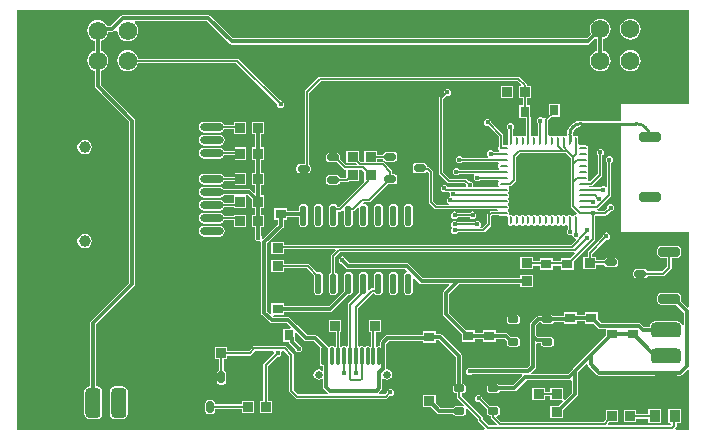
<source format=gtl>
G04*
G04 #@! TF.GenerationSoftware,Altium Limited,Altium Designer,21.9.2 (33)*
G04*
G04 Layer_Physical_Order=1*
G04 Layer_Color=255*
%FSLAX25Y25*%
%MOIN*%
G70*
G04*
G04 #@! TF.SameCoordinates,F625CF21-14F9-4619-B10E-FD0BC141F2AC*
G04*
G04*
G04 #@! TF.FilePolarity,Positive*
G04*
G01*
G75*
%ADD11C,0.01000*%
%ADD12C,0.00600*%
%ADD16C,0.00800*%
G04:AMPARAMS|DCode=18|XSize=100mil|YSize=50mil|CornerRadius=12.5mil|HoleSize=0mil|Usage=FLASHONLY|Rotation=90.000|XOffset=0mil|YOffset=0mil|HoleType=Round|Shape=RoundedRectangle|*
%AMROUNDEDRECTD18*
21,1,0.10000,0.02500,0,0,90.0*
21,1,0.07500,0.05000,0,0,90.0*
1,1,0.02500,0.01250,0.03750*
1,1,0.02500,0.01250,-0.03750*
1,1,0.02500,-0.01250,-0.03750*
1,1,0.02500,-0.01250,0.03750*
%
%ADD18ROUNDEDRECTD18*%
%ADD19O,0.02205X0.06870*%
%ADD20R,0.03402X0.03175*%
G04:AMPARAMS|DCode=21|XSize=26.57mil|YSize=9.84mil|CornerRadius=2.46mil|HoleSize=0mil|Usage=FLASHONLY|Rotation=0.000|XOffset=0mil|YOffset=0mil|HoleType=Round|Shape=RoundedRectangle|*
%AMROUNDEDRECTD21*
21,1,0.02657,0.00492,0,0,0.0*
21,1,0.02165,0.00984,0,0,0.0*
1,1,0.00492,0.01083,-0.00246*
1,1,0.00492,-0.01083,-0.00246*
1,1,0.00492,-0.01083,0.00246*
1,1,0.00492,0.01083,0.00246*
%
%ADD21ROUNDEDRECTD21*%
G04:AMPARAMS|DCode=22|XSize=26.57mil|YSize=9.84mil|CornerRadius=2.46mil|HoleSize=0mil|Usage=FLASHONLY|Rotation=270.000|XOffset=0mil|YOffset=0mil|HoleType=Round|Shape=RoundedRectangle|*
%AMROUNDEDRECTD22*
21,1,0.02657,0.00492,0,0,270.0*
21,1,0.02165,0.00984,0,0,270.0*
1,1,0.00492,-0.00246,-0.01083*
1,1,0.00492,-0.00246,0.01083*
1,1,0.00492,0.00246,0.01083*
1,1,0.00492,0.00246,-0.01083*
%
%ADD22ROUNDEDRECTD22*%
G04:AMPARAMS|DCode=23|XSize=160mil|YSize=160mil|CornerRadius=16mil|HoleSize=0mil|Usage=FLASHONLY|Rotation=270.000|XOffset=0mil|YOffset=0mil|HoleType=Round|Shape=RoundedRectangle|*
%AMROUNDEDRECTD23*
21,1,0.16000,0.12800,0,0,270.0*
21,1,0.12800,0.16000,0,0,270.0*
1,1,0.03200,-0.06400,-0.06400*
1,1,0.03200,-0.06400,0.06400*
1,1,0.03200,0.06400,0.06400*
1,1,0.03200,0.06400,-0.06400*
%
%ADD23ROUNDEDRECTD23*%
G04:AMPARAMS|DCode=24|XSize=23.62mil|YSize=35mil|CornerRadius=5.91mil|HoleSize=0mil|Usage=FLASHONLY|Rotation=270.000|XOffset=0mil|YOffset=0mil|HoleType=Round|Shape=RoundedRectangle|*
%AMROUNDEDRECTD24*
21,1,0.02362,0.02319,0,0,270.0*
21,1,0.01181,0.03500,0,0,270.0*
1,1,0.01181,-0.01159,-0.00591*
1,1,0.01181,-0.01159,0.00591*
1,1,0.01181,0.01159,0.00591*
1,1,0.01181,0.01159,-0.00591*
%
%ADD24ROUNDEDRECTD24*%
%ADD25R,0.03175X0.03402*%
G04:AMPARAMS|DCode=26|XSize=23.62mil|YSize=39.37mil|CornerRadius=5.91mil|HoleSize=0mil|Usage=FLASHONLY|Rotation=0.000|XOffset=0mil|YOffset=0mil|HoleType=Round|Shape=RoundedRectangle|*
%AMROUNDEDRECTD26*
21,1,0.02362,0.02756,0,0,0.0*
21,1,0.01181,0.03937,0,0,0.0*
1,1,0.01181,0.00591,-0.01378*
1,1,0.01181,-0.00591,-0.01378*
1,1,0.01181,-0.00591,0.01378*
1,1,0.01181,0.00591,0.01378*
%
%ADD26ROUNDEDRECTD26*%
%ADD27R,0.03150X0.03543*%
G04:AMPARAMS|DCode=28|XSize=23.62mil|YSize=39.37mil|CornerRadius=5.91mil|HoleSize=0mil|Usage=FLASHONLY|Rotation=90.000|XOffset=0mil|YOffset=0mil|HoleType=Round|Shape=RoundedRectangle|*
%AMROUNDEDRECTD28*
21,1,0.02362,0.02756,0,0,90.0*
21,1,0.01181,0.03937,0,0,90.0*
1,1,0.01181,0.01378,0.00591*
1,1,0.01181,0.01378,-0.00591*
1,1,0.01181,-0.01378,-0.00591*
1,1,0.01181,-0.01378,0.00591*
%
%ADD28ROUNDEDRECTD28*%
%ADD29R,0.03543X0.03150*%
G04:AMPARAMS|DCode=30|XSize=100mil|YSize=50mil|CornerRadius=12.5mil|HoleSize=0mil|Usage=FLASHONLY|Rotation=0.000|XOffset=0mil|YOffset=0mil|HoleType=Round|Shape=RoundedRectangle|*
%AMROUNDEDRECTD30*
21,1,0.10000,0.02500,0,0,0.0*
21,1,0.07500,0.05000,0,0,0.0*
1,1,0.02500,0.03750,-0.01250*
1,1,0.02500,-0.03750,-0.01250*
1,1,0.02500,-0.03750,0.01250*
1,1,0.02500,0.03750,0.01250*
%
%ADD30ROUNDEDRECTD30*%
%ADD31R,0.03543X0.03937*%
G04:AMPARAMS|DCode=32|XSize=59.06mil|YSize=11.81mil|CornerRadius=2.95mil|HoleSize=0mil|Usage=FLASHONLY|Rotation=90.000|XOffset=0mil|YOffset=0mil|HoleType=Round|Shape=RoundedRectangle|*
%AMROUNDEDRECTD32*
21,1,0.05906,0.00591,0,0,90.0*
21,1,0.05315,0.01181,0,0,90.0*
1,1,0.00591,0.00295,0.02657*
1,1,0.00591,0.00295,-0.02657*
1,1,0.00591,-0.00295,-0.02657*
1,1,0.00591,-0.00295,0.02657*
%
%ADD32ROUNDEDRECTD32*%
G04:AMPARAMS|DCode=33|XSize=55.12mil|YSize=94.49mil|CornerRadius=13.78mil|HoleSize=0mil|Usage=FLASHONLY|Rotation=90.000|XOffset=0mil|YOffset=0mil|HoleType=Round|Shape=RoundedRectangle|*
%AMROUNDEDRECTD33*
21,1,0.05512,0.06693,0,0,90.0*
21,1,0.02756,0.09449,0,0,90.0*
1,1,0.02756,0.03347,0.01378*
1,1,0.02756,0.03347,-0.01378*
1,1,0.02756,-0.03347,-0.01378*
1,1,0.02756,-0.03347,0.01378*
%
%ADD33ROUNDEDRECTD33*%
G04:AMPARAMS|DCode=34|XSize=55.12mil|YSize=62.99mil|CornerRadius=13.78mil|HoleSize=0mil|Usage=FLASHONLY|Rotation=90.000|XOffset=0mil|YOffset=0mil|HoleType=Round|Shape=RoundedRectangle|*
%AMROUNDEDRECTD34*
21,1,0.05512,0.03543,0,0,90.0*
21,1,0.02756,0.06299,0,0,90.0*
1,1,0.02756,0.01772,0.01378*
1,1,0.02756,0.01772,-0.01378*
1,1,0.02756,-0.01772,-0.01378*
1,1,0.02756,-0.01772,0.01378*
%
%ADD34ROUNDEDRECTD34*%
%ADD35O,0.07874X0.02756*%
G04:AMPARAMS|DCode=36|XSize=31.5mil|YSize=70.87mil|CornerRadius=7.87mil|HoleSize=0mil|Usage=FLASHONLY|Rotation=270.000|XOffset=0mil|YOffset=0mil|HoleType=Round|Shape=RoundedRectangle|*
%AMROUNDEDRECTD36*
21,1,0.03150,0.05512,0,0,270.0*
21,1,0.01575,0.07087,0,0,270.0*
1,1,0.01575,-0.02756,-0.00787*
1,1,0.01575,-0.02756,0.00787*
1,1,0.01575,0.02756,0.00787*
1,1,0.01575,0.02756,-0.00787*
%
%ADD36ROUNDEDRECTD36*%
G04:AMPARAMS|DCode=37|XSize=70.87mil|YSize=31.5mil|CornerRadius=7.87mil|HoleSize=0mil|Usage=FLASHONLY|Rotation=180.000|XOffset=0mil|YOffset=0mil|HoleType=Round|Shape=RoundedRectangle|*
%AMROUNDEDRECTD37*
21,1,0.07087,0.01575,0,0,180.0*
21,1,0.05512,0.03150,0,0,180.0*
1,1,0.01575,-0.02756,0.00787*
1,1,0.01575,0.02756,0.00787*
1,1,0.01575,0.02756,-0.00787*
1,1,0.01575,-0.02756,-0.00787*
%
%ADD37ROUNDEDRECTD37*%
%ADD66C,0.01200*%
%ADD67C,0.00700*%
%ADD68C,0.00400*%
%ADD69C,0.02559*%
%ADD70O,0.03937X0.06299*%
%ADD71O,0.03937X0.08268*%
%ADD72C,0.06200*%
%ADD73R,0.06200X0.06200*%
%ADD74C,0.01600*%
%ADD75C,0.03937*%
G36*
X129441Y-13000D02*
X107000D01*
Y-18582D01*
X93500D01*
Y-18561D01*
X92314Y-18717D01*
X91210Y-19174D01*
X90261Y-19903D01*
X89533Y-20851D01*
X89075Y-21956D01*
X88919Y-23142D01*
X88632Y-23523D01*
X88441Y-23606D01*
X88388Y-23571D01*
X88136Y-23520D01*
X87644D01*
X87392Y-23571D01*
X87185Y-23708D01*
X87176Y-23713D01*
X86635D01*
X86626Y-23708D01*
X86419Y-23571D01*
X86167Y-23520D01*
X85675D01*
X85423Y-23571D01*
X85233Y-23698D01*
X85213Y-23708D01*
X84937Y-23711D01*
X84661Y-23708D01*
X84641Y-23698D01*
X84451Y-23571D01*
X84199Y-23520D01*
X83707D01*
X83455Y-23571D01*
X83164Y-23696D01*
X82813Y-23387D01*
X82698Y-23279D01*
Y-18253D01*
X83779Y-17172D01*
X86719D01*
Y-12828D01*
X82770D01*
Y-16162D01*
X81480Y-17452D01*
X81412Y-17553D01*
X80928Y-17626D01*
X80830Y-17611D01*
X80468Y-17370D01*
X80000Y-17277D01*
X79532Y-17370D01*
X79135Y-17635D01*
X78870Y-18032D01*
X78777Y-18500D01*
X78870Y-18968D01*
X79135Y-19365D01*
X79294Y-19472D01*
Y-23319D01*
X79170Y-23426D01*
X78812Y-23690D01*
X78545Y-23571D01*
X78293Y-23520D01*
X77801D01*
X77549Y-23571D01*
X77259Y-23696D01*
X76908Y-23387D01*
X76792Y-23279D01*
Y-17323D01*
X76744Y-17080D01*
Y-16775D01*
X76730Y-16706D01*
Y-13328D01*
X75679D01*
Y-11101D01*
X76953D01*
Y-6899D01*
X75642D01*
Y-6751D01*
X75588Y-6477D01*
X75433Y-6246D01*
X73183Y-3995D01*
X72951Y-3841D01*
X72678Y-3786D01*
X6500D01*
X6227Y-3841D01*
X5995Y-3995D01*
X1668Y-8323D01*
X1513Y-8554D01*
X1459Y-8828D01*
Y-32899D01*
X-283D01*
X-670Y-32976D01*
X-998Y-33195D01*
X-1216Y-33523D01*
X-1293Y-33909D01*
Y-35091D01*
X-1216Y-35477D01*
X-998Y-35805D01*
X-670Y-36024D01*
X-283Y-36101D01*
X2472D01*
X2859Y-36024D01*
X3187Y-35805D01*
X3405Y-35477D01*
X3482Y-35091D01*
Y-33909D01*
X3405Y-33523D01*
X3187Y-33195D01*
X2886Y-32995D01*
Y-9123D01*
X6796Y-5214D01*
X72382D01*
X73606Y-6437D01*
X73415Y-6899D01*
X72978D01*
Y-11101D01*
X74252D01*
Y-13328D01*
X72781D01*
Y-17672D01*
X75365D01*
Y-23279D01*
X74916Y-23700D01*
X74892Y-23702D01*
X74799Y-23698D01*
X74608Y-23571D01*
X74356Y-23520D01*
X73864D01*
X73612Y-23571D01*
X73422Y-23698D01*
X73402Y-23708D01*
X73126Y-23711D01*
X72850Y-23708D01*
X72830Y-23698D01*
X72640Y-23571D01*
X72388Y-23520D01*
X71896D01*
X71644Y-23571D01*
X71453Y-23698D01*
X71433Y-23708D01*
X71274Y-23710D01*
X70806Y-23256D01*
X70800Y-23215D01*
Y-21408D01*
X70865Y-21365D01*
X71130Y-20968D01*
X71223Y-20500D01*
X71130Y-20032D01*
X70865Y-19635D01*
X70468Y-19370D01*
X70000Y-19276D01*
X69532Y-19370D01*
X69135Y-19635D01*
X68870Y-20032D01*
X68777Y-20500D01*
X68870Y-20968D01*
X69135Y-21365D01*
X69373Y-21524D01*
Y-23846D01*
X69319Y-23927D01*
X69268Y-24179D01*
Y-26344D01*
X69276Y-26383D01*
X68883Y-26776D01*
X68844Y-26768D01*
X67693D01*
Y-23479D01*
X67638Y-23206D01*
X67484Y-22975D01*
X63688Y-19179D01*
X63723Y-19000D01*
X63630Y-18532D01*
X63365Y-18135D01*
X62968Y-17870D01*
X62500Y-17776D01*
X62032Y-17870D01*
X61635Y-18135D01*
X61370Y-18532D01*
X61277Y-19000D01*
X61370Y-19468D01*
X61635Y-19865D01*
X62032Y-20130D01*
X62500Y-20223D01*
X62679Y-20188D01*
X66265Y-23775D01*
Y-26927D01*
X66213Y-26961D01*
X66071Y-27175D01*
X66020Y-27427D01*
Y-27919D01*
X66071Y-28171D01*
X66195Y-28357D01*
X66162Y-28510D01*
X66020Y-28857D01*
X64514D01*
X64365Y-28635D01*
X63968Y-28370D01*
X63500Y-28277D01*
X63032Y-28370D01*
X62635Y-28635D01*
X62370Y-29032D01*
X62277Y-29500D01*
X62370Y-29968D01*
X62619Y-30341D01*
X62591Y-30476D01*
X62448Y-30841D01*
X54003D01*
X53865Y-30635D01*
X53468Y-30370D01*
X53000Y-30277D01*
X52532Y-30370D01*
X52135Y-30635D01*
X51870Y-31032D01*
X51776Y-31500D01*
X51870Y-31968D01*
X52135Y-32365D01*
X52532Y-32630D01*
X53000Y-32724D01*
X53468Y-32630D01*
X53865Y-32365D01*
X53930Y-32269D01*
X65769D01*
X66210Y-32756D01*
X66208Y-32870D01*
X66198Y-32890D01*
X66070Y-33081D01*
X66020Y-33333D01*
Y-33825D01*
X66070Y-34077D01*
X66198Y-34267D01*
X66204Y-34302D01*
X66158Y-34514D01*
X66040Y-34810D01*
X52982D01*
X52865Y-34635D01*
X52468Y-34370D01*
X52000Y-34277D01*
X51532Y-34370D01*
X51135Y-34635D01*
X50870Y-35032D01*
X50776Y-35500D01*
X50870Y-35968D01*
X51135Y-36365D01*
X51532Y-36630D01*
X52000Y-36724D01*
X52468Y-36630D01*
X52865Y-36365D01*
X52951Y-36237D01*
X57845D01*
X57944Y-36373D01*
X58066Y-36737D01*
X57870Y-37032D01*
X57776Y-37500D01*
X57870Y-37968D01*
X58135Y-38365D01*
X58532Y-38630D01*
X59000Y-38723D01*
X59468Y-38630D01*
X59865Y-38365D01*
X59893Y-38324D01*
X65985D01*
X66120Y-38590D01*
X66179Y-38824D01*
X66071Y-38986D01*
X66020Y-39238D01*
Y-39730D01*
X66071Y-39982D01*
X66198Y-40173D01*
X66213Y-40215D01*
X66214Y-40275D01*
X65779Y-40739D01*
X57973D01*
X57667Y-40239D01*
X57723Y-39953D01*
X57630Y-39485D01*
X57365Y-39088D01*
X56968Y-38822D01*
X56500Y-38729D01*
X56321Y-38765D01*
X55552Y-37995D01*
X55320Y-37841D01*
X55047Y-37786D01*
X49796D01*
X47714Y-35704D01*
Y-11296D01*
X48821Y-10188D01*
X49000Y-10223D01*
X49468Y-10130D01*
X49865Y-9865D01*
X50130Y-9468D01*
X50223Y-9000D01*
X50130Y-8532D01*
X49865Y-8135D01*
X49468Y-7870D01*
X49000Y-7777D01*
X48532Y-7870D01*
X48135Y-8135D01*
X47870Y-8532D01*
X47776Y-9000D01*
X47812Y-9179D01*
X46495Y-10495D01*
X46341Y-10727D01*
X46286Y-11000D01*
Y-36000D01*
X46341Y-36273D01*
X46495Y-36505D01*
X48995Y-39005D01*
X49227Y-39159D01*
X49500Y-39214D01*
X54752D01*
X55312Y-39774D01*
X55277Y-39953D01*
X55333Y-40239D01*
X55027Y-40739D01*
X49172D01*
X49130Y-40532D01*
X48865Y-40135D01*
X48468Y-39870D01*
X48000Y-39777D01*
X47532Y-39870D01*
X47135Y-40135D01*
X46870Y-40532D01*
X46777Y-41000D01*
X46870Y-41468D01*
X47135Y-41865D01*
X47532Y-42130D01*
X48000Y-42224D01*
X48468Y-42130D01*
X48485Y-42119D01*
X48723Y-42167D01*
X49558D01*
X49843Y-42667D01*
X49777Y-43000D01*
X49870Y-43468D01*
X49536Y-43869D01*
X49532Y-43870D01*
X49135Y-44135D01*
X48870Y-44532D01*
X48777Y-45000D01*
X48870Y-45468D01*
X49135Y-45865D01*
X49532Y-46130D01*
X49603Y-46145D01*
X49554Y-46645D01*
X45654D01*
X44214Y-45204D01*
Y-35500D01*
X44159Y-35227D01*
X44005Y-34995D01*
X43005Y-33995D01*
X42773Y-33841D01*
X42500Y-33786D01*
X42199D01*
Y-33669D01*
X42122Y-33283D01*
X41903Y-32955D01*
X41576Y-32736D01*
X41189Y-32659D01*
X38433D01*
X38047Y-32736D01*
X37719Y-32955D01*
X37500Y-33283D01*
X37423Y-33669D01*
Y-34850D01*
X37500Y-35237D01*
X37719Y-35565D01*
X38047Y-35783D01*
X38433Y-35860D01*
X41189D01*
X41576Y-35783D01*
X41903Y-35565D01*
X42392Y-35541D01*
X42786Y-35921D01*
Y-45500D01*
X42841Y-45773D01*
X42995Y-46005D01*
X44854Y-47863D01*
X45085Y-48018D01*
X45358Y-48072D01*
X65637D01*
X65793Y-48484D01*
X65688Y-48613D01*
X63673D01*
X63400Y-48667D01*
X63169Y-48822D01*
X62495Y-49495D01*
X62341Y-49727D01*
X62286Y-50000D01*
Y-52704D01*
X60704Y-54286D01*
X60135D01*
X60007Y-54087D01*
X59918Y-53786D01*
X60130Y-53468D01*
X60224Y-53000D01*
X60130Y-52532D01*
X59865Y-52135D01*
X59468Y-51870D01*
X59000Y-51776D01*
X58532Y-51870D01*
X58135Y-52135D01*
X58068Y-52235D01*
X52432D01*
X52365Y-52135D01*
X51968Y-51870D01*
X51500Y-51776D01*
X51032Y-51870D01*
X50635Y-52135D01*
X50370Y-52532D01*
X50276Y-53000D01*
X50370Y-53468D01*
X50635Y-53865D01*
Y-54135D01*
X50370Y-54532D01*
X50276Y-55000D01*
X50370Y-55468D01*
X50635Y-55865D01*
X51032Y-56130D01*
X51500Y-56223D01*
X51968Y-56130D01*
X52365Y-55865D01*
X52466Y-55714D01*
X61000D01*
X61273Y-55659D01*
X61505Y-55505D01*
X63505Y-53505D01*
X63659Y-53273D01*
X63714Y-53000D01*
Y-50296D01*
X63969Y-50041D01*
X66216D01*
X66427Y-50181D01*
X66679Y-50231D01*
X68844D01*
X68883Y-50224D01*
X69276Y-50617D01*
X69268Y-50656D01*
Y-52821D01*
X69319Y-53073D01*
X69461Y-53287D01*
X69675Y-53429D01*
X69927Y-53480D01*
X70419D01*
X70671Y-53430D01*
X70862Y-53302D01*
X70882Y-53292D01*
X71157Y-53289D01*
X71433Y-53292D01*
X71453Y-53302D01*
X71644Y-53430D01*
X71896Y-53480D01*
X72388D01*
X72640Y-53430D01*
X72830Y-53302D01*
X72850Y-53292D01*
X73126Y-53289D01*
X73402Y-53292D01*
X73422Y-53302D01*
X73612Y-53430D01*
X73864Y-53480D01*
X74356D01*
X74608Y-53430D01*
X74799Y-53302D01*
X74819Y-53292D01*
X75094Y-53289D01*
X75370Y-53292D01*
X75390Y-53302D01*
X75581Y-53430D01*
X75833Y-53480D01*
X76325D01*
X76577Y-53430D01*
X76767Y-53302D01*
X76787Y-53292D01*
X77063Y-53289D01*
X77339Y-53292D01*
X77359Y-53302D01*
X77549Y-53430D01*
X77801Y-53480D01*
X78293D01*
X78545Y-53430D01*
X78736Y-53302D01*
X78756Y-53292D01*
X79031Y-53289D01*
X79307Y-53292D01*
X79327Y-53302D01*
X79518Y-53430D01*
X79770Y-53480D01*
X80262D01*
X80514Y-53430D01*
X80704Y-53302D01*
X80724Y-53292D01*
X81000Y-53289D01*
X81276Y-53292D01*
X81296Y-53302D01*
X81486Y-53430D01*
X81738Y-53480D01*
X82230D01*
X82482Y-53430D01*
X82673Y-53302D01*
X82693Y-53292D01*
X82968Y-53289D01*
X83244Y-53292D01*
X83264Y-53302D01*
X83455Y-53430D01*
X83707Y-53480D01*
X84199D01*
X84451Y-53430D01*
X84641Y-53302D01*
X84661Y-53292D01*
X84937Y-53289D01*
X85213Y-53292D01*
X85233Y-53302D01*
X85423Y-53430D01*
X85675Y-53480D01*
X86167D01*
X86419Y-53430D01*
X86610Y-53302D01*
X86630Y-53292D01*
X86905Y-53289D01*
X87181Y-53292D01*
X87201Y-53302D01*
X87392Y-53430D01*
X87644Y-53480D01*
X88136D01*
X88388Y-53430D01*
X88578Y-53302D01*
X88598Y-53292D01*
X88674Y-53291D01*
X89164Y-53777D01*
Y-54615D01*
X89135Y-54635D01*
X88870Y-55032D01*
X88776Y-55500D01*
X88870Y-55968D01*
X89135Y-56365D01*
X89532Y-56630D01*
X90000Y-56723D01*
X90468Y-56630D01*
X90869Y-56964D01*
X90870Y-56968D01*
X91135Y-57365D01*
X91532Y-57630D01*
X91633Y-57651D01*
X91798Y-58193D01*
X90204Y-59786D01*
X-5399D01*
Y-59047D01*
X-9601D01*
Y-63022D01*
X-5399D01*
Y-61214D01*
X11624D01*
X11815Y-61676D01*
X10495Y-62995D01*
X10341Y-63227D01*
X10286Y-63500D01*
Y-69146D01*
X9917Y-69393D01*
X9585Y-69890D01*
X9468Y-70476D01*
Y-75142D01*
X9585Y-75728D01*
X9917Y-76225D01*
X10414Y-76557D01*
X11000Y-76674D01*
X11586Y-76557D01*
X12083Y-76225D01*
X12415Y-75728D01*
X12532Y-75142D01*
Y-70476D01*
X12415Y-69890D01*
X12083Y-69393D01*
X11714Y-69146D01*
Y-63796D01*
X13296Y-62214D01*
X91367D01*
X91540Y-62489D01*
X91585Y-62703D01*
X90018Y-64270D01*
X86828D01*
Y-65184D01*
X84172D01*
Y-64270D01*
X79828D01*
Y-65184D01*
X77601D01*
Y-64012D01*
X73399D01*
Y-67988D01*
X77601D01*
Y-66816D01*
X79828D01*
Y-68219D01*
X84172D01*
Y-66816D01*
X86828D01*
Y-68219D01*
X91172D01*
Y-65423D01*
X98077Y-58518D01*
X98077Y-58518D01*
X98254Y-58254D01*
X98316Y-57941D01*
X98316Y-57941D01*
Y-50225D01*
X98365Y-50192D01*
X98398Y-50142D01*
X101673D01*
X101673Y-50143D01*
X101985Y-50080D01*
X102250Y-49904D01*
X103442Y-48712D01*
X103500Y-48724D01*
X103968Y-48630D01*
X104365Y-48365D01*
X104630Y-47968D01*
X104724Y-47500D01*
X104630Y-47032D01*
X104365Y-46635D01*
X103968Y-46370D01*
X103500Y-46277D01*
X103032Y-46370D01*
X102635Y-46635D01*
X102370Y-47032D01*
X102277Y-47500D01*
X102288Y-47558D01*
X101335Y-48511D01*
X99118D01*
X99036Y-48018D01*
X99268Y-47863D01*
X103505Y-43626D01*
X103659Y-43395D01*
X103714Y-43121D01*
Y-32466D01*
X103865Y-32365D01*
X104130Y-31968D01*
X104224Y-31500D01*
X104130Y-31032D01*
X103865Y-30635D01*
X103468Y-30370D01*
X103000Y-30277D01*
X102532Y-30370D01*
X102135Y-30635D01*
X101870Y-31032D01*
X101777Y-31500D01*
X101870Y-31968D01*
X102135Y-32365D01*
X102286Y-32466D01*
Y-40365D01*
X102087Y-40493D01*
X101786Y-40582D01*
X101468Y-40370D01*
X101000Y-40277D01*
X100532Y-40370D01*
X100135Y-40635D01*
X100049Y-40763D01*
X96377D01*
X96221Y-40532D01*
X96170Y-40307D01*
X96258Y-40198D01*
X97000D01*
X97273Y-40144D01*
X97505Y-39989D01*
X100505Y-36989D01*
X100659Y-36757D01*
X100714Y-36484D01*
Y-29966D01*
X100865Y-29865D01*
X101130Y-29468D01*
X101224Y-29000D01*
X101130Y-28532D01*
X100865Y-28135D01*
X100468Y-27870D01*
X100000Y-27777D01*
X99532Y-27870D01*
X99135Y-28135D01*
X98870Y-28532D01*
X98777Y-29000D01*
X98870Y-29468D01*
X99135Y-29865D01*
X99286Y-29966D01*
Y-36189D01*
X96712Y-38763D01*
X96210Y-38758D01*
X95786Y-38307D01*
X95787Y-38246D01*
X95802Y-38204D01*
X95929Y-38014D01*
X95980Y-37762D01*
Y-37270D01*
X95929Y-37018D01*
X95802Y-36827D01*
X95792Y-36807D01*
X95789Y-36531D01*
X95792Y-36256D01*
X95802Y-36236D01*
X95929Y-36045D01*
X95980Y-35793D01*
Y-35301D01*
X95929Y-35049D01*
X95802Y-34859D01*
X95792Y-34839D01*
X95789Y-34563D01*
X95792Y-34287D01*
X95802Y-34267D01*
X95929Y-34077D01*
X95980Y-33825D01*
Y-33333D01*
X95929Y-33081D01*
X95802Y-32890D01*
X95792Y-32870D01*
X95789Y-32594D01*
X95792Y-32319D01*
X95802Y-32299D01*
X95929Y-32108D01*
X95980Y-31856D01*
Y-31364D01*
X95929Y-31112D01*
X95792Y-30906D01*
X95787Y-30896D01*
Y-30355D01*
X95792Y-30346D01*
X95929Y-30140D01*
X95980Y-29888D01*
Y-29396D01*
X95929Y-29144D01*
X95792Y-28937D01*
X95787Y-28928D01*
Y-28387D01*
X95792Y-28378D01*
X95929Y-28171D01*
X95980Y-27919D01*
Y-27427D01*
X95929Y-27175D01*
X95787Y-26961D01*
X95573Y-26819D01*
X95321Y-26768D01*
X93155D01*
X93142Y-26771D01*
X93103Y-26762D01*
X92724Y-26383D01*
X92732Y-26344D01*
Y-24179D01*
X92681Y-23927D01*
X92539Y-23713D01*
X92325Y-23571D01*
X92073Y-23520D01*
X91581D01*
X91329Y-23571D01*
X91276Y-23606D01*
X91078Y-23520D01*
X90785Y-23142D01*
X90877Y-22439D01*
X91149Y-21784D01*
X91580Y-21222D01*
X92142Y-20790D01*
X92797Y-20519D01*
X93500Y-20427D01*
Y-20418D01*
X107000D01*
Y-55500D01*
X129441D01*
Y-80599D01*
X128979Y-80791D01*
X126947Y-78759D01*
X126967Y-78661D01*
Y-77087D01*
X126874Y-76623D01*
X126612Y-76231D01*
X126219Y-75968D01*
X125756Y-75876D01*
X120244D01*
X119781Y-75968D01*
X119388Y-76231D01*
X119126Y-76623D01*
X119033Y-77087D01*
Y-78661D01*
X119126Y-79125D01*
X119388Y-79518D01*
X119781Y-79780D01*
X120244Y-79872D01*
X125177D01*
X127839Y-82534D01*
Y-86541D01*
X127339Y-86591D01*
X127298Y-86385D01*
X126934Y-85839D01*
X126388Y-85475D01*
X125744Y-85347D01*
X118244D01*
X117600Y-85475D01*
X117054Y-85839D01*
X116690Y-86385D01*
X116562Y-87029D01*
Y-87260D01*
X114707D01*
X113726Y-86279D01*
X113395Y-86058D01*
X113005Y-85980D01*
X100375D01*
X99172Y-84777D01*
Y-82270D01*
X94828D01*
Y-83225D01*
X92172D01*
Y-82270D01*
X87828D01*
Y-83483D01*
X84297D01*
X84279Y-83455D01*
X83951Y-83236D01*
X83565Y-83159D01*
X81246D01*
X80860Y-83236D01*
X80532Y-83455D01*
X80341Y-83740D01*
X79240D01*
X78850Y-83818D01*
X78519Y-84039D01*
X76776Y-85782D01*
X76555Y-86113D01*
X76477Y-86503D01*
Y-87497D01*
X76480Y-87512D01*
Y-90297D01*
Y-100078D01*
X75578Y-100980D01*
X57134D01*
X56968Y-100870D01*
X56500Y-100777D01*
X56032Y-100870D01*
X55635Y-101135D01*
X55370Y-101532D01*
X55277Y-102000D01*
X55370Y-102468D01*
X55635Y-102865D01*
X56032Y-103130D01*
X56500Y-103224D01*
X56968Y-103130D01*
X57134Y-103020D01*
X73831D01*
X74038Y-103520D01*
X70818Y-106740D01*
X66470D01*
X66279Y-106455D01*
X65951Y-106236D01*
X65565Y-106159D01*
X63246D01*
X62860Y-106236D01*
X62532Y-106455D01*
X62313Y-106783D01*
X62236Y-107169D01*
Y-108350D01*
X62313Y-108737D01*
X62532Y-109065D01*
X62860Y-109283D01*
X63246Y-109360D01*
X65565D01*
X65951Y-109283D01*
X66279Y-109065D01*
X66470Y-108779D01*
X71240D01*
X71630Y-108702D01*
X71961Y-108481D01*
X75422Y-105020D01*
X89559D01*
X89949Y-104942D01*
X89980Y-104921D01*
X90480Y-105188D01*
Y-109156D01*
X88091Y-111546D01*
X87601Y-111329D01*
X87601Y-111102D01*
Y-110012D01*
X87630Y-109968D01*
X87723Y-109500D01*
X87630Y-109032D01*
X87601Y-108987D01*
Y-107547D01*
X83399D01*
Y-108821D01*
X81601D01*
Y-107547D01*
X77399D01*
Y-111522D01*
X81601D01*
Y-110248D01*
X83399D01*
Y-111522D01*
X87147D01*
X87408Y-111522D01*
X87625Y-112012D01*
X86159Y-113478D01*
X83399D01*
Y-117453D01*
X87601D01*
Y-114920D01*
X92221Y-110300D01*
X92442Y-109969D01*
X92520Y-109579D01*
Y-102481D01*
X95306Y-99695D01*
X95788Y-99920D01*
X95837Y-100170D01*
X96058Y-100500D01*
X98779Y-103221D01*
X99110Y-103442D01*
X99500Y-103520D01*
X126500D01*
X126890Y-103442D01*
X127221Y-103221D01*
X128979Y-101463D01*
X129441Y-101654D01*
Y-121448D01*
X125278D01*
X125071Y-120948D01*
X125280Y-120739D01*
X125280Y-120739D01*
X125457Y-120474D01*
X125519Y-120162D01*
Y-119369D01*
X127018D01*
Y-114632D01*
X122675D01*
Y-119369D01*
X123356D01*
X123578Y-119869D01*
X123414Y-120050D01*
X102701D01*
X102494Y-119550D01*
X102943Y-119101D01*
X106022D01*
Y-114899D01*
X102047D01*
Y-117978D01*
X101239Y-118786D01*
X66796D01*
X65350Y-117341D01*
X65557Y-116841D01*
X65565D01*
X65951Y-116764D01*
X66279Y-116545D01*
X66498Y-116217D01*
X66575Y-115831D01*
Y-114650D01*
X66498Y-114263D01*
X66279Y-113935D01*
X65951Y-113716D01*
X65565Y-113640D01*
X63246D01*
X63245Y-113640D01*
X60704Y-111098D01*
X60724Y-111000D01*
X60630Y-110532D01*
X60365Y-110135D01*
X59968Y-109870D01*
X59500Y-109776D01*
X59032Y-109870D01*
X58635Y-110135D01*
X58370Y-110532D01*
X58276Y-111000D01*
X58370Y-111468D01*
X58635Y-111865D01*
X59032Y-112130D01*
X59500Y-112223D01*
X59759Y-112172D01*
X62236Y-114649D01*
X62236Y-114650D01*
Y-115831D01*
X62313Y-116217D01*
X62532Y-116545D01*
X62860Y-116764D01*
X63246Y-116841D01*
X63692D01*
Y-117405D01*
X63746Y-117679D01*
X63901Y-117910D01*
X65540Y-119550D01*
X65333Y-120050D01*
X62906D01*
X60816Y-117959D01*
Y-117543D01*
X60754Y-117231D01*
X60577Y-116966D01*
X60577Y-116966D01*
X53821Y-110211D01*
Y-109360D01*
X54165D01*
X54551Y-109283D01*
X54879Y-109065D01*
X55098Y-108737D01*
X55175Y-108350D01*
Y-107169D01*
X55098Y-106783D01*
X54879Y-106455D01*
X54551Y-106236D01*
X54165Y-106159D01*
X54025D01*
Y-97005D01*
X53948Y-96615D01*
X53727Y-96285D01*
X47466Y-90023D01*
X47135Y-89802D01*
X46744Y-89725D01*
X45172D01*
Y-88770D01*
X40828D01*
Y-89980D01*
X29079D01*
X28688Y-90058D01*
X28358Y-90279D01*
X26818Y-91818D01*
X26597Y-92149D01*
X26520Y-92539D01*
Y-93712D01*
X26063D01*
X25792Y-93766D01*
X25588Y-93903D01*
X25442Y-93864D01*
X25104Y-93706D01*
Y-89101D01*
X27022D01*
Y-84899D01*
X23047D01*
Y-89101D01*
X23676D01*
Y-93706D01*
X23338Y-93864D01*
X23192Y-93903D01*
X22988Y-93766D01*
X22716Y-93712D01*
X22126D01*
X21855Y-93766D01*
X21625Y-93920D01*
X21249D01*
X21019Y-93766D01*
X20748Y-93712D01*
X20157D01*
X19886Y-93766D01*
X19749Y-93858D01*
X19412Y-93750D01*
X19249Y-93637D01*
Y-80832D01*
X24164Y-75917D01*
X24711D01*
X24917Y-76225D01*
X25414Y-76557D01*
X26000Y-76674D01*
X26586Y-76557D01*
X27083Y-76225D01*
X27415Y-75728D01*
X27532Y-75142D01*
Y-70476D01*
X27415Y-69890D01*
X27083Y-69393D01*
X26586Y-69061D01*
X26000Y-68945D01*
X25414Y-69061D01*
X24917Y-69393D01*
X24585Y-69890D01*
X24468Y-70476D01*
Y-74388D01*
X23848D01*
X23848Y-74388D01*
X23555Y-74446D01*
X23307Y-74612D01*
X23032Y-74887D01*
X22532Y-74680D01*
Y-70476D01*
X22415Y-69890D01*
X22083Y-69393D01*
X21586Y-69061D01*
X21000Y-68945D01*
X20414Y-69061D01*
X19917Y-69393D01*
X19585Y-69890D01*
X19468Y-70476D01*
Y-75142D01*
X19585Y-75728D01*
X19627Y-75791D01*
X15975Y-79444D01*
X15809Y-79692D01*
X15751Y-79984D01*
Y-93637D01*
X15587Y-93750D01*
X15251Y-93858D01*
X15114Y-93766D01*
X14842Y-93712D01*
X14252D01*
X13981Y-93766D01*
X13777Y-93903D01*
X13631Y-93864D01*
X13292Y-93706D01*
Y-89101D01*
X13453D01*
Y-84899D01*
X9478D01*
Y-89101D01*
X11865D01*
Y-93706D01*
X11527Y-93864D01*
X11381Y-93903D01*
X11177Y-93766D01*
X10905Y-93712D01*
X10315D01*
X10044Y-93766D01*
X9814Y-93920D01*
X9438D01*
X9208Y-93766D01*
X9091Y-93743D01*
X5627Y-90279D01*
X5297Y-90058D01*
X4906Y-89980D01*
X2422D01*
X-416Y-87142D01*
X-449Y-87093D01*
X-1034Y-86507D01*
X-1083Y-86475D01*
X-3279Y-84279D01*
X-3610Y-84058D01*
X-4000Y-83980D01*
X-8925D01*
X-9118Y-83730D01*
X-8890Y-83230D01*
X-5328D01*
Y-82275D01*
X9886D01*
X10277Y-82197D01*
X10607Y-81976D01*
X15925Y-76659D01*
X16000Y-76674D01*
X16586Y-76557D01*
X17083Y-76225D01*
X17415Y-75728D01*
X17532Y-75142D01*
Y-70476D01*
X17415Y-69890D01*
X17083Y-69393D01*
X16586Y-69061D01*
X16000Y-68945D01*
X15414Y-69061D01*
X14917Y-69393D01*
X14585Y-69890D01*
X14468Y-70476D01*
Y-75142D01*
X14483Y-75217D01*
X9464Y-80236D01*
X-5328D01*
Y-79281D01*
X-9672D01*
Y-82679D01*
X-10172Y-82886D01*
X-10980Y-82078D01*
Y-59422D01*
X-5779Y-54221D01*
X-5558Y-53890D01*
X-5480Y-53500D01*
Y-51475D01*
X-4328D01*
Y-50520D01*
X-532D01*
Y-52524D01*
X-415Y-53110D01*
X-83Y-53607D01*
X414Y-53939D01*
X1000Y-54055D01*
X1586Y-53939D01*
X2083Y-53607D01*
X2415Y-53110D01*
X2532Y-52524D01*
Y-47858D01*
X2415Y-47272D01*
X2083Y-46775D01*
X1586Y-46443D01*
X1000Y-46326D01*
X414Y-46443D01*
X-83Y-46775D01*
X-415Y-47272D01*
X-532Y-47858D01*
Y-48480D01*
X-4328D01*
Y-47525D01*
X-8672D01*
Y-51475D01*
X-7520D01*
Y-53078D01*
X-12347Y-57905D01*
X-12808Y-57659D01*
X-12776Y-57500D01*
X-12870Y-57032D01*
X-12980Y-56866D01*
Y-54101D01*
X-12081D01*
Y-49899D01*
X-12980D01*
Y-47601D01*
X-12047D01*
Y-43399D01*
X-12980D01*
Y-40101D01*
X-12012D01*
Y-35899D01*
X-12980D01*
Y-31601D01*
X-12012D01*
Y-27399D01*
X-12980D01*
Y-23101D01*
X-12047D01*
Y-18899D01*
X-16022D01*
Y-23101D01*
X-15020D01*
Y-27399D01*
X-15988D01*
Y-31601D01*
X-15020D01*
Y-35899D01*
X-15988D01*
Y-40101D01*
X-15020D01*
Y-42307D01*
X-15482Y-42498D01*
X-16362Y-41618D01*
X-16692Y-41397D01*
X-17083Y-41319D01*
X-25484D01*
X-25659Y-41057D01*
X-26247Y-40664D01*
X-26941Y-40526D01*
X-32059D01*
X-32753Y-40664D01*
X-33341Y-41057D01*
X-33734Y-41645D01*
X-33872Y-42339D01*
X-33734Y-43032D01*
X-33341Y-43620D01*
X-32753Y-44013D01*
X-32059Y-44151D01*
X-26941D01*
X-26247Y-44013D01*
X-25659Y-43620D01*
X-25484Y-43358D01*
X-22436D01*
X-21953Y-43399D01*
X-21953Y-43858D01*
Y-45956D01*
X-25280D01*
X-25659Y-45388D01*
X-26247Y-44995D01*
X-26941Y-44857D01*
X-32059D01*
X-32753Y-44995D01*
X-33341Y-45388D01*
X-33734Y-45976D01*
X-33872Y-46669D01*
X-33734Y-47363D01*
X-33341Y-47951D01*
X-32753Y-48344D01*
X-32059Y-48482D01*
X-26941D01*
X-26247Y-48344D01*
X-25659Y-47951D01*
X-25280Y-47383D01*
X-21953D01*
Y-47601D01*
X-17978D01*
X-17978Y-43424D01*
X-17488Y-43375D01*
X-16022Y-44841D01*
Y-47601D01*
X-15020D01*
Y-49899D01*
X-16057D01*
Y-54101D01*
X-15020D01*
Y-56866D01*
X-15130Y-57032D01*
X-15224Y-57500D01*
X-15130Y-57968D01*
X-14865Y-58365D01*
X-14468Y-58630D01*
X-14000Y-58723D01*
X-13532Y-58630D01*
X-13444Y-58572D01*
X-12994Y-58873D01*
X-13020Y-59000D01*
Y-82500D01*
X-12942Y-82890D01*
X-12721Y-83221D01*
X-10221Y-85721D01*
X-9890Y-85942D01*
X-9500Y-86020D01*
X-4422D01*
X-3076Y-87366D01*
X-3267Y-87828D01*
X-5719D01*
Y-92172D01*
X-3789D01*
Y-92230D01*
X-3712Y-92620D01*
X-3491Y-92951D01*
X-1669Y-94773D01*
X-1630Y-94968D01*
X-1365Y-95365D01*
X-968Y-95630D01*
X-500Y-95723D01*
X-32Y-95630D01*
X365Y-95365D01*
X630Y-94968D01*
X723Y-94500D01*
X630Y-94032D01*
X365Y-93635D01*
X-32Y-93370D01*
X-227Y-93331D01*
X-1750Y-91808D01*
Y-90975D01*
X-1770Y-90876D01*
Y-89325D01*
X-1308Y-89134D01*
X1279Y-91721D01*
X1610Y-91942D01*
X2000Y-92020D01*
X4484D01*
X6552Y-94088D01*
X6510Y-94150D01*
X6456Y-94421D01*
Y-99736D01*
X6510Y-100007D01*
X6664Y-100238D01*
X6894Y-100391D01*
X7165Y-100445D01*
X7622D01*
Y-101532D01*
X7122Y-101790D01*
X6777Y-101560D01*
X6122Y-101429D01*
X5467Y-101560D01*
X4911Y-101931D01*
X4540Y-102486D01*
X4410Y-103142D01*
X4540Y-103797D01*
X4911Y-104353D01*
X5467Y-104724D01*
X6122Y-104854D01*
X6777Y-104724D01*
X7122Y-104493D01*
X7622Y-104751D01*
Y-107142D01*
X7700Y-107532D01*
X7921Y-107863D01*
X9242Y-109184D01*
X9226Y-109339D01*
X9072Y-109684D01*
X-662D01*
X-2184Y-108162D01*
Y-96500D01*
X-2184Y-96500D01*
X-2246Y-96188D01*
X-2423Y-95923D01*
X-2423Y-95923D01*
X-4523Y-93823D01*
X-4788Y-93646D01*
X-5100Y-93584D01*
X-5100Y-93584D01*
X-15292D01*
X-15604Y-93646D01*
X-15869Y-93823D01*
X-15869Y-93823D01*
X-17230Y-95184D01*
X-24547D01*
Y-93899D01*
X-28522D01*
Y-98101D01*
X-27075D01*
Y-101751D01*
X-27237Y-101784D01*
X-27564Y-102002D01*
X-27784Y-102330D01*
X-27860Y-102717D01*
Y-105472D01*
X-27784Y-105859D01*
X-27564Y-106187D01*
X-27237Y-106405D01*
X-26850Y-106482D01*
X-25669D01*
X-25283Y-106405D01*
X-24955Y-106187D01*
X-24736Y-105859D01*
X-24659Y-105472D01*
Y-102717D01*
X-24736Y-102330D01*
X-24955Y-102002D01*
X-25283Y-101784D01*
X-25444Y-101751D01*
Y-98101D01*
X-24547D01*
Y-96816D01*
X-16892D01*
X-16892Y-96816D01*
X-16580Y-96754D01*
X-16315Y-96577D01*
X-14954Y-95216D01*
X-8975D01*
X-8667Y-95716D01*
X-8724Y-96000D01*
X-8712Y-96058D01*
X-12146Y-99492D01*
X-12323Y-99757D01*
X-12385Y-100069D01*
X-12385Y-100069D01*
Y-111899D01*
X-13556D01*
Y-116101D01*
X-9581D01*
Y-111899D01*
X-10753D01*
Y-100407D01*
X-7558Y-97212D01*
X-7500Y-97224D01*
X-7032Y-97130D01*
X-6635Y-96865D01*
X-6370Y-96468D01*
X-6277Y-96000D01*
X-6333Y-95716D01*
X-6025Y-95216D01*
X-5438D01*
X-3816Y-96838D01*
Y-108500D01*
X-3816Y-108500D01*
X-3754Y-108812D01*
X-3577Y-109077D01*
X-1577Y-111077D01*
X-1577Y-111077D01*
X-1312Y-111254D01*
X-1000Y-111316D01*
X-1000Y-111316D01*
X28500D01*
X28500Y-111316D01*
X28812Y-111254D01*
X29077Y-111077D01*
X29942Y-110212D01*
X30000Y-110223D01*
X30468Y-110130D01*
X30865Y-109865D01*
X31130Y-109468D01*
X31223Y-109000D01*
X31130Y-108532D01*
X30865Y-108135D01*
X30468Y-107870D01*
X30000Y-107776D01*
X29532Y-107870D01*
X29135Y-108135D01*
X28870Y-108532D01*
X28776Y-109000D01*
X28788Y-109058D01*
X28162Y-109684D01*
X26428D01*
X26274Y-109339D01*
X26258Y-109184D01*
X27070Y-108372D01*
X27290Y-108042D01*
X27368Y-107651D01*
Y-104737D01*
X27868Y-104487D01*
X28223Y-104724D01*
X28878Y-104854D01*
X29533Y-104724D01*
X30089Y-104353D01*
X30460Y-103797D01*
X30590Y-103142D01*
X30460Y-102486D01*
X30089Y-101931D01*
X29533Y-101560D01*
X28878Y-101429D01*
X28550Y-100985D01*
Y-97126D01*
X28559Y-97079D01*
Y-92962D01*
X29501Y-92020D01*
X40828D01*
Y-92719D01*
X45172D01*
Y-91764D01*
X46322D01*
X51986Y-97428D01*
Y-106159D01*
X51846D01*
X51460Y-106236D01*
X51132Y-106455D01*
X50913Y-106783D01*
X50836Y-107169D01*
Y-108350D01*
X50913Y-108737D01*
X51132Y-109065D01*
X51460Y-109283D01*
X51846Y-109360D01*
X52190D01*
Y-110549D01*
X52190Y-110549D01*
X52252Y-110861D01*
X52429Y-111126D01*
X54500Y-113196D01*
X54253Y-113657D01*
X54165Y-113640D01*
X51846D01*
X51460Y-113716D01*
X51132Y-113935D01*
X50941Y-114221D01*
X46810D01*
X45101Y-112511D01*
Y-109978D01*
X40899D01*
Y-113953D01*
X43659D01*
X45667Y-115961D01*
X45998Y-116182D01*
X46388Y-116260D01*
X50941D01*
X51132Y-116545D01*
X51460Y-116764D01*
X51846Y-116841D01*
X54165D01*
X54551Y-116764D01*
X54879Y-116545D01*
X55098Y-116217D01*
X55175Y-115831D01*
Y-114650D01*
X55157Y-114561D01*
X55618Y-114315D01*
X59184Y-117881D01*
Y-118297D01*
X59184Y-118297D01*
X59246Y-118609D01*
X59423Y-118874D01*
X61497Y-120948D01*
X61290Y-121448D01*
X-94484D01*
Y18450D01*
X129441D01*
Y-13000D01*
D02*
G37*
G36*
X90184Y-30838D02*
Y-33000D01*
X90184Y-33000D01*
X90184Y-33000D01*
Y-39000D01*
X90184Y-39000D01*
X90184Y-39000D01*
Y-46928D01*
X90184Y-46928D01*
X90246Y-47240D01*
X90423Y-47505D01*
X92145Y-49227D01*
X92146Y-49227D01*
X92155Y-49233D01*
X92171Y-49250D01*
X92172Y-49507D01*
X92164Y-49545D01*
X91696Y-49997D01*
X91581D01*
X91329Y-50047D01*
X91122Y-50185D01*
X91113Y-50190D01*
X90572D01*
X90563Y-50185D01*
X90356Y-50047D01*
X90104Y-49997D01*
X89612D01*
X89360Y-50047D01*
X89170Y-50174D01*
X89150Y-50185D01*
X88874Y-50188D01*
X88598Y-50185D01*
X88578Y-50174D01*
X88388Y-50047D01*
X88136Y-49997D01*
X87644D01*
X87392Y-50047D01*
X87201Y-50174D01*
X87181Y-50185D01*
X86905Y-50188D01*
X86630Y-50185D01*
X86610Y-50174D01*
X86419Y-50047D01*
X86167Y-49997D01*
X85675D01*
X85423Y-50047D01*
X85233Y-50174D01*
X85213Y-50185D01*
X84937Y-50188D01*
X84661Y-50185D01*
X84641Y-50174D01*
X84451Y-50047D01*
X84199Y-49997D01*
X83707D01*
X83455Y-50047D01*
X83264Y-50174D01*
X83244Y-50185D01*
X82968Y-50188D01*
X82693Y-50185D01*
X82673Y-50174D01*
X82482Y-50047D01*
X82230Y-49997D01*
X81738D01*
X81486Y-50047D01*
X81296Y-50174D01*
X81276Y-50185D01*
X81000Y-50188D01*
X80724Y-50185D01*
X80704Y-50174D01*
X80514Y-50047D01*
X80262Y-49997D01*
X79770D01*
X79518Y-50047D01*
X79327Y-50174D01*
X79307Y-50185D01*
X79031Y-50188D01*
X78756Y-50185D01*
X78736Y-50174D01*
X78545Y-50047D01*
X78293Y-49997D01*
X77801D01*
X77549Y-50047D01*
X77359Y-50174D01*
X77339Y-50185D01*
X77063Y-50188D01*
X76787Y-50185D01*
X76767Y-50174D01*
X76577Y-50047D01*
X76325Y-49997D01*
X75833D01*
X75581Y-50047D01*
X75390Y-50174D01*
X75370Y-50185D01*
X75094Y-50188D01*
X74819Y-50185D01*
X74799Y-50174D01*
X74608Y-50047D01*
X74356Y-49997D01*
X73864D01*
X73612Y-50047D01*
X73422Y-50174D01*
X73402Y-50185D01*
X73126Y-50188D01*
X72850Y-50185D01*
X72830Y-50174D01*
X72640Y-50047D01*
X72388Y-49997D01*
X71896D01*
X71644Y-50047D01*
X71453Y-50174D01*
X71433Y-50185D01*
X71157Y-50188D01*
X70882Y-50185D01*
X70862Y-50174D01*
X70671Y-50047D01*
X70419Y-49997D01*
X69927D01*
X69889Y-50005D01*
X69496Y-49611D01*
X69503Y-49573D01*
Y-49081D01*
X69453Y-48829D01*
X69326Y-48638D01*
X69315Y-48618D01*
X69312Y-48342D01*
X69315Y-48067D01*
X69326Y-48047D01*
X69453Y-47856D01*
X69503Y-47604D01*
Y-47112D01*
X69453Y-46860D01*
X69326Y-46670D01*
X69315Y-46650D01*
X69312Y-46374D01*
X69315Y-46098D01*
X69326Y-46078D01*
X69453Y-45888D01*
X69503Y-45636D01*
Y-45144D01*
X69453Y-44892D01*
X69315Y-44685D01*
X69310Y-44676D01*
Y-44135D01*
X69315Y-44126D01*
X69453Y-43919D01*
X69503Y-43667D01*
Y-43175D01*
X69453Y-42923D01*
X69315Y-42717D01*
X69310Y-42707D01*
Y-42167D01*
X69315Y-42157D01*
X69453Y-41951D01*
X69503Y-41699D01*
Y-41207D01*
X69453Y-40955D01*
X69350Y-40800D01*
X69417Y-40545D01*
X69550Y-40300D01*
X70000D01*
X70000Y-40300D01*
X70312Y-40238D01*
X70577Y-40061D01*
X71716Y-38922D01*
X71716Y-38922D01*
X71892Y-38658D01*
X71955Y-38345D01*
Y-30699D01*
X73338Y-29316D01*
X87500D01*
X87500Y-29316D01*
X87500Y-29316D01*
X88662D01*
X90184Y-30838D01*
D02*
G37*
G36*
X94828Y-86219D02*
X97730D01*
X99231Y-87721D01*
X99562Y-87942D01*
X99952Y-88020D01*
X101828D01*
Y-90288D01*
X96058Y-96058D01*
X90779Y-101338D01*
X89136Y-102980D01*
X77169D01*
X76961Y-102480D01*
X78221Y-101221D01*
X78442Y-100890D01*
X78520Y-100500D01*
Y-92960D01*
X78862Y-92679D01*
X80236D01*
Y-92831D01*
X80313Y-93217D01*
X80532Y-93545D01*
X80860Y-93764D01*
X81246Y-93841D01*
X83565D01*
X83951Y-93764D01*
X84279Y-93545D01*
X84498Y-93217D01*
X84575Y-92831D01*
Y-91650D01*
X84498Y-91263D01*
X84279Y-90935D01*
X83951Y-90716D01*
X83565Y-90640D01*
X81825D01*
X81824Y-90640D01*
X79284D01*
X78520Y-89875D01*
Y-87500D01*
X78517Y-87485D01*
Y-86925D01*
X79663Y-85779D01*
X80341D01*
X80532Y-86064D01*
X80860Y-86283D01*
X81246Y-86360D01*
X83565D01*
X83951Y-86283D01*
X84279Y-86064D01*
X84498Y-85737D01*
X84541Y-85522D01*
X87828D01*
Y-86219D01*
X92172D01*
Y-85264D01*
X94828D01*
Y-86219D01*
D02*
G37*
%LPC*%
G36*
X-30600Y16620D02*
X-59198D01*
X-59588Y16542D01*
X-59919Y16321D01*
X-63022Y13218D01*
X-64423D01*
X-64443Y13265D01*
X-65004Y13996D01*
X-65735Y14557D01*
X-66586Y14910D01*
X-67500Y15030D01*
X-68414Y14910D01*
X-69265Y14557D01*
X-69996Y13996D01*
X-70557Y13265D01*
X-70910Y12414D01*
X-71030Y11500D01*
X-70910Y10586D01*
X-70557Y9735D01*
X-69996Y9004D01*
X-69265Y8443D01*
X-68520Y8134D01*
Y4866D01*
X-69265Y4557D01*
X-69996Y3996D01*
X-70557Y3265D01*
X-70910Y2414D01*
X-71030Y1500D01*
X-70910Y586D01*
X-70557Y-265D01*
X-69996Y-996D01*
X-69265Y-1557D01*
X-68520Y-1866D01*
Y-7000D01*
X-68442Y-7390D01*
X-68221Y-7721D01*
X-57020Y-18922D01*
Y-72582D01*
X-69721Y-85284D01*
X-69942Y-85615D01*
X-70020Y-86005D01*
Y-107068D01*
X-70250D01*
X-70894Y-107196D01*
X-71440Y-107560D01*
X-71804Y-108106D01*
X-71932Y-108750D01*
Y-116250D01*
X-71804Y-116894D01*
X-71440Y-117440D01*
X-70894Y-117804D01*
X-70250Y-117932D01*
X-67750D01*
X-67106Y-117804D01*
X-66560Y-117440D01*
X-66196Y-116894D01*
X-66068Y-116250D01*
Y-108750D01*
X-66196Y-108106D01*
X-66560Y-107560D01*
X-67106Y-107196D01*
X-67750Y-107068D01*
X-67980D01*
Y-86427D01*
X-55279Y-73726D01*
X-55058Y-73395D01*
X-54980Y-73005D01*
Y-18500D01*
X-55058Y-18110D01*
X-55279Y-17779D01*
X-66480Y-6578D01*
Y-1866D01*
X-65735Y-1557D01*
X-65004Y-996D01*
X-64443Y-265D01*
X-64090Y586D01*
X-63970Y1500D01*
X-64090Y2414D01*
X-64443Y3265D01*
X-65004Y3996D01*
X-65735Y4557D01*
X-66480Y4866D01*
Y8134D01*
X-65735Y8443D01*
X-65004Y9004D01*
X-64443Y9735D01*
X-64090Y10586D01*
X-64012Y11179D01*
X-62600D01*
X-62210Y11256D01*
X-61879Y11477D01*
X-61486Y11871D01*
X-61012Y11637D01*
X-61030Y11500D01*
X-60910Y10586D01*
X-60557Y9735D01*
X-59996Y9004D01*
X-59265Y8443D01*
X-58414Y8090D01*
X-57500Y7970D01*
X-56586Y8090D01*
X-55735Y8443D01*
X-55004Y9004D01*
X-54443Y9735D01*
X-54090Y10586D01*
X-53970Y11500D01*
X-54090Y12414D01*
X-54443Y13265D01*
X-55004Y13996D01*
X-55114Y14080D01*
X-54944Y14580D01*
X-31022D01*
X-23621Y7179D01*
X-23290Y6958D01*
X-22900Y6880D01*
X95900D01*
X96290Y6958D01*
X96621Y7179D01*
X98341Y8899D01*
X98980Y8634D01*
Y4866D01*
X98235Y4557D01*
X97504Y3996D01*
X96943Y3265D01*
X96590Y2414D01*
X96470Y1500D01*
X96590Y586D01*
X96943Y-265D01*
X97504Y-996D01*
X98235Y-1557D01*
X99086Y-1910D01*
X100000Y-2030D01*
X100914Y-1910D01*
X101765Y-1557D01*
X102496Y-996D01*
X103057Y-265D01*
X103410Y586D01*
X103530Y1500D01*
X103410Y2414D01*
X103057Y3265D01*
X102496Y3996D01*
X101765Y4557D01*
X101020Y4866D01*
Y8634D01*
X101765Y8943D01*
X102496Y9504D01*
X103057Y10235D01*
X103410Y11086D01*
X103530Y12000D01*
X103410Y12914D01*
X103057Y13765D01*
X102496Y14496D01*
X101765Y15057D01*
X100914Y15410D01*
X100000Y15530D01*
X99086Y15410D01*
X98235Y15057D01*
X97504Y14496D01*
X96943Y13765D01*
X96590Y12914D01*
X96470Y12000D01*
X96590Y11086D01*
X96899Y10341D01*
X95478Y8920D01*
X-22478D01*
X-29879Y16321D01*
X-30210Y16542D01*
X-30600Y16620D01*
D02*
G37*
G36*
X110000Y15530D02*
X109086Y15410D01*
X108235Y15057D01*
X107504Y14496D01*
X106943Y13765D01*
X106590Y12914D01*
X106470Y12000D01*
X106590Y11086D01*
X106943Y10235D01*
X107504Y9504D01*
X108235Y8943D01*
X109086Y8590D01*
X110000Y8470D01*
X110914Y8590D01*
X111765Y8943D01*
X112496Y9504D01*
X113057Y10235D01*
X113410Y11086D01*
X113530Y12000D01*
X113410Y12914D01*
X113057Y13765D01*
X112496Y14496D01*
X111765Y15057D01*
X110914Y15410D01*
X110000Y15530D01*
D02*
G37*
G36*
Y5030D02*
X109086Y4910D01*
X108235Y4557D01*
X107504Y3996D01*
X106943Y3265D01*
X106590Y2414D01*
X106470Y1500D01*
X106590Y586D01*
X106943Y-265D01*
X107504Y-996D01*
X108235Y-1557D01*
X109086Y-1910D01*
X110000Y-2030D01*
X110914Y-1910D01*
X111765Y-1557D01*
X112496Y-996D01*
X113057Y-265D01*
X113410Y586D01*
X113530Y1500D01*
X113410Y2414D01*
X113057Y3265D01*
X112496Y3996D01*
X111765Y4557D01*
X110914Y4910D01*
X110000Y5030D01*
D02*
G37*
G36*
X71022Y-6899D02*
X67047D01*
Y-11101D01*
X71022D01*
Y-6899D01*
D02*
G37*
G36*
X-57500Y5030D02*
X-58414Y4910D01*
X-59265Y4557D01*
X-59996Y3996D01*
X-60557Y3265D01*
X-60910Y2414D01*
X-61030Y1500D01*
X-60910Y586D01*
X-60557Y-265D01*
X-59996Y-996D01*
X-59265Y-1557D01*
X-58414Y-1910D01*
X-57500Y-2030D01*
X-56586Y-1910D01*
X-55735Y-1557D01*
X-55004Y-996D01*
X-54443Y-265D01*
X-54090Y586D01*
X-54064Y786D01*
X-21296D01*
X-7688Y-12821D01*
X-7723Y-13000D01*
X-7630Y-13468D01*
X-7365Y-13865D01*
X-6968Y-14130D01*
X-6500Y-14223D01*
X-6032Y-14130D01*
X-5635Y-13865D01*
X-5370Y-13468D01*
X-5277Y-13000D01*
X-5370Y-12532D01*
X-5635Y-12135D01*
X-6032Y-11870D01*
X-6500Y-11777D01*
X-6679Y-11812D01*
X-20495Y2005D01*
X-20727Y2159D01*
X-21000Y2214D01*
X-54064D01*
X-54090Y2414D01*
X-54443Y3265D01*
X-55004Y3996D01*
X-55735Y4557D01*
X-56586Y4910D01*
X-57500Y5030D01*
D02*
G37*
G36*
X-26941Y-18872D02*
X-32059D01*
X-32753Y-19010D01*
X-33341Y-19403D01*
X-33734Y-19991D01*
X-33872Y-20685D01*
X-33734Y-21379D01*
X-33341Y-21967D01*
X-32753Y-22360D01*
X-32059Y-22498D01*
X-26941D01*
X-26247Y-22360D01*
X-25659Y-21967D01*
X-25280Y-21399D01*
X-21953D01*
Y-23101D01*
X-17978D01*
Y-18899D01*
X-21953D01*
Y-19971D01*
X-25280D01*
X-25659Y-19403D01*
X-26247Y-19010D01*
X-26941Y-18872D01*
D02*
G37*
G36*
Y-23203D02*
X-32059D01*
X-32753Y-23341D01*
X-33341Y-23734D01*
X-33734Y-24322D01*
X-33872Y-25016D01*
X-33734Y-25710D01*
X-33341Y-26298D01*
X-32753Y-26691D01*
X-32059Y-26829D01*
X-26941D01*
X-26247Y-26691D01*
X-25659Y-26298D01*
X-25266Y-25710D01*
X-25128Y-25016D01*
X-25266Y-24322D01*
X-25659Y-23734D01*
X-26247Y-23341D01*
X-26941Y-23203D01*
D02*
G37*
G36*
X-17943Y-27399D02*
X-21918D01*
Y-28633D01*
X-25280D01*
X-25659Y-28065D01*
X-26247Y-27672D01*
X-26941Y-27534D01*
X-32059D01*
X-32753Y-27672D01*
X-33341Y-28065D01*
X-33734Y-28653D01*
X-33872Y-29346D01*
X-33734Y-30040D01*
X-33341Y-30628D01*
X-32753Y-31021D01*
X-32059Y-31159D01*
X-26941D01*
X-26247Y-31021D01*
X-25659Y-30628D01*
X-25280Y-30060D01*
X-21918D01*
Y-31601D01*
X-17943D01*
Y-27399D01*
D02*
G37*
G36*
X-71839Y-24845D02*
X-72763Y-25029D01*
X-73546Y-25552D01*
X-74070Y-26336D01*
X-74253Y-27260D01*
X-74070Y-28184D01*
X-73546Y-28967D01*
X-72763Y-29491D01*
X-71839Y-29675D01*
X-70914Y-29491D01*
X-70131Y-28967D01*
X-69608Y-28184D01*
X-69424Y-27260D01*
X-69608Y-26336D01*
X-70131Y-25552D01*
X-70914Y-25029D01*
X-71839Y-24845D01*
D02*
G37*
G36*
X25601Y-28547D02*
X21399D01*
Y-32286D01*
X20374D01*
X19601Y-31513D01*
Y-28547D01*
X15399D01*
Y-32522D01*
X18541D01*
X18779Y-32818D01*
X18575Y-33285D01*
X15300D01*
X13293Y-31279D01*
Y-30169D01*
X13216Y-29783D01*
X12998Y-29455D01*
X12670Y-29236D01*
X12284Y-29159D01*
X9528D01*
X9141Y-29236D01*
X8813Y-29455D01*
X8595Y-29783D01*
X8518Y-30169D01*
Y-31350D01*
X8595Y-31737D01*
X8813Y-32065D01*
X9141Y-32283D01*
X9528Y-32360D01*
X12212D01*
X14442Y-34591D01*
X14442Y-34591D01*
X14690Y-34756D01*
X14983Y-34815D01*
X15399D01*
Y-37444D01*
X15316Y-37526D01*
X13269D01*
X13216Y-37263D01*
X12998Y-36935D01*
X12670Y-36716D01*
X12284Y-36640D01*
X9528D01*
X9141Y-36716D01*
X8813Y-36935D01*
X8595Y-37263D01*
X8518Y-37650D01*
Y-38831D01*
X8595Y-39217D01*
X8813Y-39545D01*
X9141Y-39764D01*
X9528Y-39841D01*
X12284D01*
X12670Y-39764D01*
X12998Y-39545D01*
X13216Y-39217D01*
X13269Y-38954D01*
X15612D01*
X15885Y-38899D01*
X16117Y-38745D01*
X16409Y-38453D01*
X19601D01*
Y-34815D01*
X20654D01*
X21399Y-35559D01*
Y-38453D01*
X21399Y-38453D01*
X21399D01*
X21252Y-38905D01*
X12911Y-47246D01*
X12736Y-47255D01*
X12379Y-47217D01*
X12083Y-46775D01*
X11586Y-46443D01*
X11000Y-46326D01*
X10414Y-46443D01*
X9917Y-46775D01*
X9585Y-47272D01*
X9468Y-47858D01*
Y-52524D01*
X9585Y-53110D01*
X9917Y-53607D01*
X10414Y-53939D01*
X11000Y-54055D01*
X11586Y-53939D01*
X12083Y-53607D01*
X12415Y-53110D01*
X12532Y-52524D01*
Y-48851D01*
X13152D01*
X13445Y-48793D01*
X13693Y-48627D01*
X13968Y-48352D01*
X14468Y-48559D01*
Y-52524D01*
X14585Y-53110D01*
X14917Y-53607D01*
X15414Y-53939D01*
X16000Y-54055D01*
X16586Y-53939D01*
X17083Y-53607D01*
X17415Y-53110D01*
X17532Y-52524D01*
Y-48577D01*
X17637D01*
X17910Y-48523D01*
X18141Y-48368D01*
X19035Y-47475D01*
X19496Y-47721D01*
X19468Y-47858D01*
Y-52524D01*
X19585Y-53110D01*
X19917Y-53607D01*
X20414Y-53939D01*
X21000Y-54055D01*
X21586Y-53939D01*
X22083Y-53607D01*
X22415Y-53110D01*
X22532Y-52524D01*
Y-47858D01*
X22415Y-47272D01*
X22083Y-46775D01*
X21586Y-46443D01*
X21268Y-46380D01*
X21001Y-45855D01*
X21088Y-45714D01*
X23000D01*
X23273Y-45659D01*
X23505Y-45505D01*
X29066Y-39943D01*
X29221Y-39711D01*
X29243Y-39601D01*
X31378D01*
X31764Y-39524D01*
X32092Y-39305D01*
X32311Y-38977D01*
X32388Y-38591D01*
Y-37409D01*
X32311Y-37023D01*
X32092Y-36695D01*
X31764Y-36476D01*
X31378Y-36399D01*
X30714D01*
Y-35500D01*
X30659Y-35227D01*
X30505Y-34995D01*
X28005Y-32495D01*
X27773Y-32341D01*
X27500Y-32286D01*
X25601D01*
Y-31233D01*
X27637D01*
X27689Y-31497D01*
X27908Y-31824D01*
X28236Y-32043D01*
X28622Y-32120D01*
X31378D01*
X31764Y-32043D01*
X32092Y-31824D01*
X32311Y-31497D01*
X32388Y-31110D01*
Y-29929D01*
X32311Y-29543D01*
X32092Y-29215D01*
X31764Y-28996D01*
X31378Y-28919D01*
X28622D01*
X28236Y-28996D01*
X27908Y-29215D01*
X27689Y-29543D01*
X27637Y-29806D01*
X25601D01*
Y-28547D01*
D02*
G37*
G36*
X-17943Y-35899D02*
X-21918D01*
Y-37294D01*
X-25280D01*
X-25659Y-36726D01*
X-26247Y-36333D01*
X-26941Y-36195D01*
X-32059D01*
X-32753Y-36333D01*
X-33341Y-36726D01*
X-33734Y-37314D01*
X-33872Y-38008D01*
X-33734Y-38702D01*
X-33341Y-39290D01*
X-32753Y-39683D01*
X-32059Y-39821D01*
X-26941D01*
X-26247Y-39683D01*
X-25659Y-39290D01*
X-25280Y-38722D01*
X-21918D01*
Y-40101D01*
X-17943D01*
Y-35899D01*
D02*
G37*
G36*
X57500Y-48777D02*
X57032Y-48870D01*
X56635Y-49135D01*
X56568Y-49235D01*
X52432D01*
X52365Y-49135D01*
X51968Y-48870D01*
X51500Y-48777D01*
X51032Y-48870D01*
X50635Y-49135D01*
X50370Y-49532D01*
X50276Y-50000D01*
X50370Y-50468D01*
X50635Y-50865D01*
X51032Y-51130D01*
X51500Y-51223D01*
X51968Y-51130D01*
X52365Y-50865D01*
X52432Y-50765D01*
X56568D01*
X56635Y-50865D01*
X57032Y-51130D01*
X57500Y-51223D01*
X57968Y-51130D01*
X58365Y-50865D01*
X58630Y-50468D01*
X58723Y-50000D01*
X58630Y-49532D01*
X58365Y-49135D01*
X57968Y-48870D01*
X57500Y-48777D01*
D02*
G37*
G36*
X36000Y-46326D02*
X35414Y-46443D01*
X34917Y-46775D01*
X34585Y-47272D01*
X34468Y-47858D01*
Y-52524D01*
X34585Y-53110D01*
X34917Y-53607D01*
X35414Y-53939D01*
X36000Y-54055D01*
X36586Y-53939D01*
X37083Y-53607D01*
X37415Y-53110D01*
X37532Y-52524D01*
Y-47858D01*
X37415Y-47272D01*
X37083Y-46775D01*
X36586Y-46443D01*
X36000Y-46326D01*
D02*
G37*
G36*
X31000D02*
X30414Y-46443D01*
X29917Y-46775D01*
X29585Y-47272D01*
X29468Y-47858D01*
Y-52524D01*
X29585Y-53110D01*
X29917Y-53607D01*
X30414Y-53939D01*
X31000Y-54055D01*
X31586Y-53939D01*
X32083Y-53607D01*
X32415Y-53110D01*
X32532Y-52524D01*
Y-47858D01*
X32415Y-47272D01*
X32083Y-46775D01*
X31586Y-46443D01*
X31000Y-46326D01*
D02*
G37*
G36*
X26000D02*
X25414Y-46443D01*
X24917Y-46775D01*
X24585Y-47272D01*
X24468Y-47858D01*
Y-52524D01*
X24585Y-53110D01*
X24917Y-53607D01*
X25414Y-53939D01*
X26000Y-54055D01*
X26586Y-53939D01*
X27083Y-53607D01*
X27415Y-53110D01*
X27532Y-52524D01*
Y-47858D01*
X27415Y-47272D01*
X27083Y-46775D01*
X26586Y-46443D01*
X26000Y-46326D01*
D02*
G37*
G36*
X6000D02*
X5414Y-46443D01*
X4917Y-46775D01*
X4585Y-47272D01*
X4468Y-47858D01*
Y-52524D01*
X4585Y-53110D01*
X4917Y-53607D01*
X5414Y-53939D01*
X6000Y-54055D01*
X6586Y-53939D01*
X7083Y-53607D01*
X7415Y-53110D01*
X7532Y-52524D01*
Y-47858D01*
X7415Y-47272D01*
X7083Y-46775D01*
X6586Y-46443D01*
X6000Y-46326D01*
D02*
G37*
G36*
X-26941Y-49187D02*
X-32059D01*
X-32753Y-49325D01*
X-33341Y-49718D01*
X-33734Y-50306D01*
X-33872Y-51000D01*
X-33734Y-51694D01*
X-33341Y-52282D01*
X-32753Y-52675D01*
X-32059Y-52813D01*
X-26941D01*
X-26247Y-52675D01*
X-25659Y-52282D01*
X-25280Y-51714D01*
X-21987D01*
Y-54101D01*
X-18012D01*
Y-49899D01*
X-21987D01*
Y-50286D01*
X-25280D01*
X-25659Y-49718D01*
X-26247Y-49325D01*
X-26941Y-49187D01*
D02*
G37*
G36*
Y-53518D02*
X-32059D01*
X-32753Y-53656D01*
X-33341Y-54049D01*
X-33734Y-54637D01*
X-33872Y-55331D01*
X-33734Y-56024D01*
X-33341Y-56612D01*
X-32753Y-57006D01*
X-32059Y-57143D01*
X-26941D01*
X-26247Y-57006D01*
X-25659Y-56612D01*
X-25266Y-56024D01*
X-25128Y-55331D01*
X-25266Y-54637D01*
X-25659Y-54049D01*
X-26247Y-53656D01*
X-26941Y-53518D01*
D02*
G37*
G36*
X102000Y-55777D02*
X101532Y-55870D01*
X101135Y-56135D01*
X100870Y-56532D01*
X100777Y-57000D01*
X100812Y-57179D01*
X95995Y-61995D01*
X95841Y-62227D01*
X95786Y-62500D01*
Y-64047D01*
X94399D01*
Y-68022D01*
X98601D01*
Y-66474D01*
X101231D01*
X101284Y-66737D01*
X101502Y-67064D01*
X101830Y-67283D01*
X102216Y-67360D01*
X104972D01*
X105359Y-67283D01*
X105687Y-67064D01*
X105905Y-66737D01*
X105982Y-66350D01*
Y-65169D01*
X105905Y-64783D01*
X105687Y-64455D01*
X105359Y-64236D01*
X104972Y-64159D01*
X102216D01*
X101830Y-64236D01*
X101502Y-64455D01*
X101284Y-64783D01*
X101231Y-65046D01*
X98601D01*
Y-64047D01*
X97214D01*
Y-62796D01*
X101821Y-58188D01*
X102000Y-58223D01*
X102468Y-58130D01*
X102865Y-57865D01*
X103130Y-57468D01*
X103224Y-57000D01*
X103130Y-56532D01*
X102865Y-56135D01*
X102468Y-55870D01*
X102000Y-55777D01*
D02*
G37*
G36*
X-71839Y-56262D02*
X-72763Y-56446D01*
X-73546Y-56970D01*
X-74070Y-57753D01*
X-74253Y-58677D01*
X-74070Y-59601D01*
X-73546Y-60385D01*
X-72763Y-60908D01*
X-71839Y-61092D01*
X-70914Y-60908D01*
X-70131Y-60385D01*
X-69608Y-59601D01*
X-69424Y-58677D01*
X-69608Y-57753D01*
X-70131Y-56970D01*
X-70914Y-56446D01*
X-71839Y-56262D01*
D02*
G37*
G36*
X125756Y-60128D02*
X120244D01*
X119781Y-60220D01*
X119388Y-60483D01*
X119126Y-60875D01*
X119033Y-61339D01*
Y-62913D01*
X119126Y-63377D01*
X119388Y-63769D01*
X119781Y-64032D01*
X120244Y-64124D01*
X122184D01*
Y-67162D01*
X120662Y-68684D01*
X115749D01*
X115717Y-68523D01*
X115498Y-68195D01*
X115170Y-67976D01*
X114784Y-67900D01*
X112028D01*
X111641Y-67976D01*
X111313Y-68195D01*
X111094Y-68523D01*
X111018Y-68910D01*
Y-70091D01*
X111094Y-70477D01*
X111313Y-70805D01*
X111641Y-71024D01*
X112028Y-71100D01*
X114784D01*
X115170Y-71024D01*
X115498Y-70805D01*
X115717Y-70477D01*
X115749Y-70316D01*
X121000D01*
X121000Y-70316D01*
X121312Y-70254D01*
X121577Y-70077D01*
X123577Y-68077D01*
X123577Y-68077D01*
X123754Y-67812D01*
X123816Y-67500D01*
X123816Y-67500D01*
Y-64124D01*
X125756D01*
X126219Y-64032D01*
X126612Y-63769D01*
X126874Y-63377D01*
X126967Y-62913D01*
Y-61339D01*
X126874Y-60875D01*
X126612Y-60483D01*
X126219Y-60220D01*
X125756Y-60128D01*
D02*
G37*
G36*
X14000Y-63776D02*
X13532Y-63870D01*
X13135Y-64135D01*
X12870Y-64532D01*
X12776Y-65000D01*
X12870Y-65468D01*
X13135Y-65865D01*
X13532Y-66130D01*
X13727Y-66169D01*
X15279Y-67721D01*
X15610Y-67942D01*
X16000Y-68020D01*
X35074D01*
X35625Y-68570D01*
X35479Y-69048D01*
X35414Y-69061D01*
X34917Y-69393D01*
X34585Y-69890D01*
X34468Y-70476D01*
Y-75142D01*
X34585Y-75728D01*
X34917Y-76225D01*
X35414Y-76557D01*
X36000Y-76674D01*
X36586Y-76557D01*
X37083Y-76225D01*
X37415Y-75728D01*
X37532Y-75142D01*
Y-71130D01*
X37994Y-70939D01*
X39707Y-72652D01*
X40038Y-72873D01*
X40428Y-72951D01*
X49454D01*
X49646Y-73413D01*
X47779Y-75279D01*
X47558Y-75610D01*
X47480Y-76000D01*
Y-82952D01*
X47558Y-83342D01*
X47779Y-83673D01*
X53828Y-89723D01*
Y-92230D01*
X58172D01*
Y-91275D01*
X60828D01*
Y-92230D01*
X65172D01*
Y-91275D01*
X68030D01*
X68836Y-92082D01*
Y-92831D01*
X68913Y-93217D01*
X69132Y-93545D01*
X69460Y-93764D01*
X69846Y-93841D01*
X72165D01*
X72551Y-93764D01*
X72879Y-93545D01*
X73098Y-93217D01*
X73175Y-92831D01*
Y-91650D01*
X73098Y-91263D01*
X72879Y-90935D01*
X72551Y-90716D01*
X72165Y-90640D01*
X70278D01*
X69173Y-89534D01*
X68842Y-89314D01*
X68452Y-89236D01*
X65172D01*
Y-88281D01*
X60828D01*
Y-89236D01*
X58172D01*
Y-88281D01*
X55270D01*
X49520Y-82530D01*
Y-76422D01*
X52991Y-72951D01*
X73399D01*
Y-73919D01*
X77601D01*
Y-69943D01*
X73399D01*
Y-70911D01*
X40850D01*
X36218Y-66279D01*
X35887Y-66058D01*
X35497Y-65980D01*
X16422D01*
X15169Y-64727D01*
X15130Y-64532D01*
X14865Y-64135D01*
X14468Y-63870D01*
X14000Y-63776D01*
D02*
G37*
G36*
X31000Y-68945D02*
X30414Y-69061D01*
X29917Y-69393D01*
X29585Y-69890D01*
X29468Y-70476D01*
Y-75142D01*
X29585Y-75728D01*
X29917Y-76225D01*
X30414Y-76557D01*
X31000Y-76674D01*
X31586Y-76557D01*
X32083Y-76225D01*
X32415Y-75728D01*
X32532Y-75142D01*
Y-70476D01*
X32415Y-69890D01*
X32083Y-69393D01*
X31586Y-69061D01*
X31000Y-68945D01*
D02*
G37*
G36*
X-5399Y-64978D02*
X-9601D01*
Y-68953D01*
X-5399D01*
Y-67730D01*
X2172D01*
X4543Y-70101D01*
X4468Y-70476D01*
Y-75142D01*
X4585Y-75728D01*
X4917Y-76225D01*
X5414Y-76557D01*
X6000Y-76674D01*
X6586Y-76557D01*
X7083Y-76225D01*
X7415Y-75728D01*
X7532Y-75142D01*
Y-70476D01*
X7415Y-69890D01*
X7083Y-69393D01*
X6586Y-69061D01*
X6000Y-68945D01*
X5624Y-69019D01*
X3030Y-66425D01*
X2782Y-66259D01*
X2489Y-66201D01*
X-5399D01*
Y-64978D01*
D02*
G37*
G36*
X72165Y-83159D02*
X69846D01*
X69460Y-83236D01*
X69132Y-83455D01*
X68913Y-83783D01*
X68836Y-84169D01*
Y-85350D01*
X68913Y-85737D01*
X69132Y-86064D01*
X69460Y-86283D01*
X69846Y-86360D01*
X72165D01*
X72551Y-86283D01*
X72879Y-86064D01*
X73098Y-85737D01*
X73175Y-85350D01*
Y-84169D01*
X73098Y-83783D01*
X72879Y-83455D01*
X72551Y-83236D01*
X72165Y-83159D01*
D02*
G37*
G36*
X-29409Y-111518D02*
X-30591D01*
X-30977Y-111594D01*
X-31305Y-111813D01*
X-31524Y-112141D01*
X-31600Y-112528D01*
Y-115284D01*
X-31524Y-115670D01*
X-31305Y-115998D01*
X-30977Y-116217D01*
X-30591Y-116293D01*
X-29409D01*
X-29023Y-116217D01*
X-28695Y-115998D01*
X-28476Y-115670D01*
X-28400Y-115284D01*
Y-114721D01*
X-19488D01*
Y-116101D01*
X-15513D01*
Y-111899D01*
X-19488D01*
Y-113090D01*
X-28400D01*
Y-112528D01*
X-28476Y-112141D01*
X-28695Y-111813D01*
X-29023Y-111594D01*
X-29409Y-111518D01*
D02*
G37*
G36*
X120325Y-114632D02*
X115982D01*
Y-116184D01*
X111953D01*
Y-114899D01*
X107978D01*
Y-119101D01*
X111953D01*
Y-117816D01*
X115982D01*
Y-119369D01*
X120325D01*
Y-114632D01*
D02*
G37*
G36*
X-59250Y-107068D02*
X-61750D01*
X-62394Y-107196D01*
X-62940Y-107560D01*
X-63304Y-108106D01*
X-63432Y-108750D01*
Y-116250D01*
X-63304Y-116894D01*
X-62940Y-117440D01*
X-62394Y-117804D01*
X-61750Y-117932D01*
X-59250D01*
X-58606Y-117804D01*
X-58060Y-117440D01*
X-57696Y-116894D01*
X-57568Y-116250D01*
Y-108750D01*
X-57696Y-108106D01*
X-58060Y-107560D01*
X-58606Y-107196D01*
X-59250Y-107068D01*
D02*
G37*
%LPD*%
D11*
X116500Y-24000D02*
G03*
X112000Y-19500I-4500J0D01*
G01*
X93500D02*
G03*
X89858Y-23142I0J-3642D01*
G01*
X93500Y-19500D02*
X112000D01*
X89858Y-25262D02*
Y-23142D01*
D12*
X48000Y-41000D02*
X48271D01*
X48723Y-41453D01*
X55047Y-38500D02*
X56500Y-39953D01*
X48723Y-41453D02*
X67762D01*
X80000Y-18500D02*
X80008Y-18508D01*
Y-25254D02*
Y-18508D01*
Y-25254D02*
X80016Y-25262D01*
X47000Y-36000D02*
Y-11000D01*
X49000Y-9000D01*
X47000Y-36000D02*
X49500Y-38500D01*
X55047D01*
X53055Y-31555D02*
X67707D01*
X53000Y-31500D02*
X53055Y-31555D01*
X59500Y-111000D02*
X59597D01*
X63837Y-115240D01*
X64406D01*
X67171Y-27673D02*
X67762D01*
X66979Y-27481D02*
X67171Y-27673D01*
X66979Y-27481D02*
Y-23479D01*
X62500Y-19000D02*
X66979Y-23479D01*
X70087Y-25175D02*
Y-20587D01*
X70000Y-20500D02*
X70087Y-20587D01*
Y-25175D02*
X70173Y-25262D01*
X-57500Y1500D02*
X-21000D01*
X-6500Y-13000D01*
X94293Y-45445D02*
X97445D01*
X97500Y-45500D01*
X94238Y-45390D02*
X94293Y-45445D01*
X51692Y-43421D02*
X67762D01*
X51000Y-43000D02*
X51271D01*
X51692Y-43421D01*
X67707Y-31555D02*
X67762Y-31610D01*
X52024Y-35524D02*
X67738D01*
X67762Y-35547D01*
X52000Y-35500D02*
X52024Y-35524D01*
X42500Y-34500D02*
X43500Y-35500D01*
X40051Y-34500D02*
X42500D01*
X39811Y-34260D02*
X40051Y-34500D01*
X43500Y-45500D02*
Y-35500D01*
Y-45500D02*
X45358Y-47358D01*
X63000Y-50000D02*
X63673Y-49327D01*
X67762D01*
X63000Y-53000D02*
Y-50000D01*
X61000Y-55000D02*
X63000Y-53000D01*
X51500Y-55000D02*
X61000D01*
X-6966Y-60500D02*
X90500D01*
X95300Y-55700D01*
Y-55191D02*
X95491Y-55000D01*
X95300Y-55700D02*
Y-55191D01*
X91482Y-61500D02*
X95421Y-57561D01*
X95561D01*
X13000Y-61500D02*
X91482D01*
X50271Y-45000D02*
X50660Y-45390D01*
X50000Y-45000D02*
X50271D01*
X50660Y-45390D02*
X67762D01*
X94238Y-47358D02*
X98763D01*
X103000Y-43121D01*
X97000Y-39484D02*
X100000Y-36484D01*
Y-29000D01*
X81984Y-17957D02*
X84471Y-15471D01*
X84745Y-15256D02*
Y-15000D01*
X84500Y-15500D02*
X84745Y-15256D01*
X103000Y-43121D02*
Y-31500D01*
X94238Y-39484D02*
X97000D01*
X11000Y-72809D02*
Y-63500D01*
X13000Y-61500D01*
X-7500Y-61035D02*
X-6966Y-60500D01*
X99253Y-44500D02*
X99500D01*
X98175Y-43421D02*
X99253Y-44500D01*
X94238Y-43421D02*
X98175D01*
X94238Y-41453D02*
X94262Y-41476D01*
X100976D01*
X101000Y-41500D01*
X45358Y-47358D02*
X67762D01*
X6500Y-4500D02*
X72678D01*
X2172Y-33641D02*
Y-8828D01*
X6500Y-4500D01*
X72678D02*
X74929Y-6751D01*
Y-8929D02*
X75000Y-9000D01*
X74929Y-8929D02*
Y-6751D01*
X1094Y-34500D02*
X1314D01*
X2172Y-33641D01*
X81984Y-25262D02*
Y-17957D01*
X76079Y-25262D02*
Y-17323D01*
X74756Y-15500D02*
X76030Y-16775D01*
Y-17275D02*
Y-16775D01*
Y-17275D02*
X76079Y-17323D01*
X74966Y-15290D02*
Y-9000D01*
X74756Y-15500D02*
X74966Y-15290D01*
X96500Y-62500D02*
X102000Y-57000D01*
X96500Y-66035D02*
Y-62500D01*
X63571Y-29571D02*
X67691D01*
X63500Y-29500D02*
X63571Y-29571D01*
X67691D02*
X67762Y-29642D01*
X96775Y-65760D02*
X103595D01*
X96500Y-66035D02*
X96775Y-65760D01*
X-26535Y-96000D02*
X-26260Y-96275D01*
X-29500Y-51000D02*
X-21000D01*
X-20000Y-52000D01*
X-29500Y-46669D02*
X-21135D01*
X-19965Y-45500D01*
X-29500Y-38008D02*
X-19939D01*
X-29500Y-29346D02*
X-20085D01*
X-20280Y-20685D02*
X-19965Y-21000D01*
X-29500Y-20685D02*
X-20280D01*
X29421Y-38000D02*
X30000D01*
X28562Y-38859D02*
X29421Y-38000D01*
X28562Y-39438D02*
Y-38859D01*
X20500Y-45000D02*
X23000D01*
X28562Y-39438D01*
X16000Y-50191D02*
Y-48605D01*
X16741Y-47863D02*
X17637D01*
X16000Y-48605D02*
X16741Y-47863D01*
X17637D02*
X20500Y-45000D01*
X17387Y-30534D02*
X17500D01*
X30000Y-38000D02*
Y-35500D01*
X27500Y-33000D02*
X30000Y-35500D01*
X17613Y-30534D02*
X20079Y-33000D01*
X27500D01*
X17500Y-30534D02*
X17613D01*
X23515Y-30520D02*
X30000D01*
X23500Y-30534D02*
X23515Y-30520D01*
X15612Y-38240D02*
X17387Y-36465D01*
X17500D01*
X10905Y-38240D02*
X15612D01*
X79500Y-109535D02*
X85500D01*
X64406Y-117405D02*
X66500Y-119500D01*
X64406Y-117405D02*
Y-115240D01*
X66500Y-119500D02*
X101534D01*
X102634Y-118401D02*
X102747D01*
X104034Y-117113D02*
Y-117000D01*
X102747Y-118401D02*
X104034Y-117113D01*
X101534Y-119500D02*
X102634Y-118401D01*
X11466Y-87000D02*
X12579Y-88113D01*
Y-97079D02*
Y-88113D01*
X24390Y-87645D02*
X25034Y-87000D01*
X24390Y-97079D02*
Y-87645D01*
D16*
X87890Y-27390D02*
X89000Y-28500D01*
X87890Y-27390D02*
Y-25262D01*
X89197Y-66245D02*
X97500Y-57941D01*
Y-49969D01*
X59008Y-37508D02*
X67754D01*
X59000Y-37500D02*
X59008Y-37508D01*
X67754D02*
X67762Y-37516D01*
X-1000Y-110500D02*
X28500D01*
X30000Y-109000D01*
X-3000Y-108500D02*
X-1000Y-110500D01*
X-3000Y-108500D02*
Y-96500D01*
X-5100Y-94400D02*
X-3000Y-96500D01*
X-16892Y-96000D02*
X-15292Y-94400D01*
X-5100D01*
X-26535Y-96000D02*
X-16892D01*
X97500Y-49969D02*
Y-49327D01*
X101673D02*
X103500Y-47500D01*
X97500Y-49327D02*
X101673D01*
X75500Y-66000D02*
X88756D01*
X91000Y-46928D02*
X92722Y-48650D01*
X91000Y-46928D02*
Y-39000D01*
Y-33000D01*
Y-39000D02*
X92392Y-37608D01*
X94146D01*
X94238Y-37516D01*
X-11569Y-100069D02*
X-7500Y-96000D01*
X96858Y-49327D02*
X97500Y-49969D01*
X69000Y-9000D02*
X69034D01*
X123000Y-67500D02*
Y-62126D01*
X121000Y-69500D02*
X123000Y-67500D01*
X113406Y-69500D02*
X121000D01*
X87500Y-28500D02*
X89000D01*
X73000D02*
X87500D01*
X86000Y-27000D02*
X87500Y-28500D01*
X86000Y-27000D02*
Y-25341D01*
X85921Y-25262D02*
X86000Y-25341D01*
X91827Y-29673D02*
Y-25262D01*
X91000Y-30500D02*
X91827Y-29673D01*
X91000Y-33000D02*
Y-30500D01*
X92298Y-31702D02*
X94146D01*
X91000Y-33000D02*
X92298Y-31702D01*
X94146D02*
X94238Y-31610D01*
X71139Y-38345D02*
Y-30361D01*
X67762Y-39484D02*
X70000D01*
X71139Y-38345D01*
Y-30361D02*
X73000Y-28500D01*
X89000D02*
X91000Y-30500D01*
X93402Y-49327D02*
X94238D01*
X92725Y-48650D02*
X93402Y-49327D01*
X92722Y-48650D02*
X92725D01*
X94238Y-49327D02*
X96858D01*
X89000Y-66245D02*
X89197D01*
X88756Y-66000D02*
X89000Y-66245D01*
X-11569Y-114000D02*
Y-100069D01*
X-30000Y-113906D02*
X-17594D01*
X-17500Y-114000D01*
X-26260Y-104095D02*
Y-96275D01*
X62568Y-120865D02*
X124000D01*
X109966Y-117000D02*
X118153D01*
X124000Y-120865D02*
X124703Y-120162D01*
Y-117143D01*
X60000Y-118297D02*
X62568Y-120865D01*
X60000Y-118297D02*
Y-117543D01*
X53005Y-110549D02*
X60000Y-117543D01*
X53005Y-110549D02*
Y-107760D01*
D18*
X-60500Y-112500D02*
D03*
X-69000D02*
D03*
X-83000D02*
D03*
D19*
X1000Y-72809D02*
D03*
X6000D02*
D03*
X11000D02*
D03*
X16000D02*
D03*
X21000D02*
D03*
X26000D02*
D03*
X31000D02*
D03*
X36000D02*
D03*
X1000Y-50191D02*
D03*
X6000D02*
D03*
X11000D02*
D03*
X16000D02*
D03*
X21000D02*
D03*
X26000D02*
D03*
X31000D02*
D03*
X36000D02*
D03*
D20*
X-7500Y-61035D02*
D03*
Y-66966D02*
D03*
X23500Y-36465D02*
D03*
Y-30534D02*
D03*
X17500D02*
D03*
Y-36465D02*
D03*
X75500Y-71931D02*
D03*
Y-66000D02*
D03*
X43000Y-106035D02*
D03*
Y-111966D02*
D03*
X96500Y-71965D02*
D03*
Y-66035D02*
D03*
X79500Y-115465D02*
D03*
Y-109535D02*
D03*
X85500D02*
D03*
Y-115465D02*
D03*
D21*
X94238Y-27673D02*
D03*
Y-29642D02*
D03*
Y-31610D02*
D03*
Y-33579D02*
D03*
Y-35547D02*
D03*
Y-37516D02*
D03*
Y-39484D02*
D03*
Y-41453D02*
D03*
Y-43421D02*
D03*
Y-45390D02*
D03*
Y-47358D02*
D03*
Y-49327D02*
D03*
X67762D02*
D03*
Y-47358D02*
D03*
Y-45390D02*
D03*
Y-43421D02*
D03*
Y-41453D02*
D03*
Y-39484D02*
D03*
Y-37516D02*
D03*
Y-35547D02*
D03*
Y-33579D02*
D03*
Y-31610D02*
D03*
Y-29642D02*
D03*
Y-27673D02*
D03*
D22*
X91827Y-51738D02*
D03*
X89858D02*
D03*
X87890D02*
D03*
X85921D02*
D03*
X83953D02*
D03*
X81984D02*
D03*
X80016D02*
D03*
X78047D02*
D03*
X76079D02*
D03*
X74110D02*
D03*
X72142D02*
D03*
X70173D02*
D03*
Y-25262D02*
D03*
X72142D02*
D03*
X74110D02*
D03*
X76079D02*
D03*
X78047D02*
D03*
X80016D02*
D03*
X81984D02*
D03*
X83953D02*
D03*
X85921D02*
D03*
X87890D02*
D03*
X89858D02*
D03*
X91827D02*
D03*
D23*
X81000Y-38500D02*
D03*
D24*
X71005Y-84760D02*
D03*
Y-92240D02*
D03*
X82406D02*
D03*
Y-88500D02*
D03*
Y-84760D02*
D03*
X53005Y-107760D02*
D03*
Y-115240D02*
D03*
X64406D02*
D03*
Y-111500D02*
D03*
Y-107760D02*
D03*
D25*
X-32465Y-96000D02*
D03*
X-26535D02*
D03*
X-14069Y-52000D02*
D03*
X-20000D02*
D03*
X-14000Y-29500D02*
D03*
X-19931D02*
D03*
X-14035Y-45500D02*
D03*
X-19965D02*
D03*
X69034Y-9000D02*
D03*
X74966D02*
D03*
X104034Y-117000D02*
D03*
X109966D02*
D03*
X-14035Y-21000D02*
D03*
X-19965D02*
D03*
X25034Y-87000D02*
D03*
X30966D02*
D03*
X11466D02*
D03*
X5534D02*
D03*
X-14000Y-38000D02*
D03*
X-19931D02*
D03*
X-17500Y-114000D02*
D03*
X-11569D02*
D03*
D26*
X-26260Y-104095D02*
D03*
X-33740D02*
D03*
X-30000Y-113906D02*
D03*
D27*
X84745Y-15000D02*
D03*
X90255D02*
D03*
X69244Y-15500D02*
D03*
X74756D02*
D03*
X-3745Y-90000D02*
D03*
X-9256D02*
D03*
D28*
X103595Y-65760D02*
D03*
Y-73240D02*
D03*
X113406Y-69500D02*
D03*
X1094Y-34500D02*
D03*
X10905Y-30760D02*
D03*
Y-38240D02*
D03*
X39811Y-34260D02*
D03*
X30000Y-38000D02*
D03*
Y-30520D02*
D03*
D29*
X89000Y-66245D02*
D03*
Y-71755D02*
D03*
X82000Y-66245D02*
D03*
Y-71755D02*
D03*
X-7500Y-75744D02*
D03*
Y-81256D02*
D03*
X63000Y-90255D02*
D03*
Y-84745D02*
D03*
X97000Y-84245D02*
D03*
Y-89755D02*
D03*
X90000Y-84245D02*
D03*
Y-89755D02*
D03*
X43000Y-90745D02*
D03*
Y-96255D02*
D03*
X104000Y-89755D02*
D03*
Y-84245D02*
D03*
X-6500Y-49500D02*
D03*
Y-43989D02*
D03*
X111000Y-84245D02*
D03*
Y-89755D02*
D03*
X56000Y-90255D02*
D03*
Y-84745D02*
D03*
D30*
X121994Y-88279D02*
D03*
X122000Y-106000D02*
D03*
Y-97000D02*
D03*
D31*
X118153Y-117000D02*
D03*
X124846D02*
D03*
D32*
X30689Y-97079D02*
D03*
X29508D02*
D03*
X27539D02*
D03*
X26358D02*
D03*
X24390D02*
D03*
X22421D02*
D03*
X20453D02*
D03*
X18484D02*
D03*
X16516D02*
D03*
X14547D02*
D03*
X12579D02*
D03*
X10610D02*
D03*
X8642D02*
D03*
X7461D02*
D03*
X5492D02*
D03*
X4311D02*
D03*
D33*
X-70264Y-14961D02*
D03*
Y-79181D02*
D03*
D34*
X-32469Y-14961D02*
D03*
Y-73638D02*
D03*
D35*
X-29500Y-20685D02*
D03*
Y-25016D02*
D03*
Y-29346D02*
D03*
Y-33677D02*
D03*
Y-38008D02*
D03*
Y-42339D02*
D03*
Y-46669D02*
D03*
Y-51000D02*
D03*
Y-55331D02*
D03*
D36*
X116500Y-24000D02*
D03*
Y-44091D02*
D03*
D37*
X123000Y-62126D02*
D03*
Y-77874D02*
D03*
D66*
X-67500Y-7000D02*
Y1500D01*
X-56000Y-73005D02*
Y-18500D01*
X-67500Y-7000D02*
X-56000Y-18500D01*
X-67500Y1500D02*
Y11500D01*
X-69000Y-86005D02*
X-56000Y-73005D01*
X-69000Y-112500D02*
Y-86005D01*
X77500Y-90297D02*
Y-87500D01*
Y-100500D02*
Y-90297D01*
X56500Y-102000D02*
X76000D01*
X77500Y-100500D01*
X-66802Y12198D02*
X-62600D01*
X-59198Y15600D01*
X-67500Y11500D02*
X-66802Y12198D01*
X-59198Y15600D02*
X-30600D01*
X-22900Y7900D01*
X95900D01*
X100000Y12000D01*
Y1500D02*
Y12000D01*
X96779Y-96779D02*
X103803Y-89755D01*
X91500Y-102059D02*
X96779Y-96779D01*
X99500Y-102500D02*
X126500D01*
X96779Y-99779D02*
Y-96779D01*
Y-99779D02*
X99500Y-102500D01*
X126500D02*
X128859Y-100141D01*
X125828Y-79081D02*
Y-78835D01*
X128859Y-100141D02*
Y-82112D01*
X125828Y-79081D02*
X128859Y-82112D01*
X124867Y-77874D02*
X125828Y-78835D01*
X123000Y-77874D02*
X124867D01*
X77500Y-90297D02*
X78862Y-91659D01*
X77497Y-87497D02*
X77500Y-87500D01*
X77497Y-87497D02*
Y-86503D01*
X79240Y-84760D01*
X-14000Y-57500D02*
Y-38000D01*
X-17083Y-42339D02*
X-14035Y-45387D01*
Y-45500D02*
Y-45387D01*
X-29500Y-42339D02*
X-17083D01*
X-14000Y-29500D02*
Y-21035D01*
Y-38000D02*
Y-29500D01*
X16000Y-67000D02*
X35497D01*
X-14035Y-21000D02*
X-14000Y-21035D01*
X-12000Y-82500D02*
Y-59000D01*
Y-82500D02*
X-9500Y-85000D01*
X-12000Y-59000D02*
X-6500Y-53500D01*
X14000Y-65000D02*
X16000Y-67000D01*
X35497D02*
X40428Y-71931D01*
X52569D01*
X9886Y-81256D02*
X16000Y-75142D01*
Y-72809D01*
X-7500Y-81256D02*
X9886D01*
X48500Y-76000D02*
X52569Y-71931D01*
X75500D01*
X48500Y-82952D02*
Y-76000D01*
X55803Y-90255D02*
X56000D01*
X48500Y-82952D02*
X55803Y-90255D01*
X-3745Y-90000D02*
X-2770Y-90975D01*
Y-92230D02*
Y-90975D01*
Y-92230D02*
X-500Y-94500D01*
X-9500Y-85000D02*
X-4000D01*
X-1772Y-87228D01*
X-1756D02*
X-1170Y-87814D01*
Y-87830D02*
Y-87814D01*
Y-87830D02*
X2000Y-91000D01*
X-1772Y-87228D02*
X-1756D01*
X-6500Y-53500D02*
Y-49500D01*
X1000Y-50191D02*
Y-49964D01*
X-6500Y-49500D02*
X536D01*
X1000Y-49964D01*
X8642Y-107142D02*
Y-97079D01*
Y-94735D01*
X4906Y-91000D02*
X8642Y-94735D01*
X2000Y-91000D02*
X4906D01*
X56000Y-90255D02*
X63000D01*
X70437Y-92240D02*
X71005D01*
X68452Y-90255D02*
X70437Y-92240D01*
X63000Y-90255D02*
X68452D01*
X81824Y-91659D02*
X82406Y-92240D01*
X78862Y-91659D02*
X81824D01*
X79240Y-84760D02*
X82406D01*
X82663Y-84502D02*
X89742D01*
X90000Y-84245D01*
X82406Y-84760D02*
X82663Y-84502D01*
X90000Y-84245D02*
X97000D01*
X97197D01*
X99952Y-87000D01*
X113005D01*
X114284Y-88279D01*
X121994D01*
X89559Y-104000D02*
X91500Y-102059D01*
X75000Y-104000D02*
X89559D01*
X71240Y-107760D02*
X75000Y-104000D01*
X91500Y-109579D02*
Y-102059D01*
X85613Y-115465D02*
X91500Y-109579D01*
X85500Y-115465D02*
X85613D01*
X111000Y-89755D02*
X111197D01*
X116943Y-95501D01*
X120501D01*
X122000Y-97000D01*
X104000Y-89755D02*
X111000D01*
X64406Y-107760D02*
X71240D01*
X103803Y-89755D02*
X104000D01*
X118153Y-117000D02*
X118153Y-117000D01*
X124703Y-117143D02*
X124846Y-117000D01*
X43113Y-111966D02*
X46388Y-115240D01*
X43000Y-111966D02*
X43113D01*
X46388Y-115240D02*
X53005D01*
X46744Y-90745D02*
X53005Y-97005D01*
Y-107760D02*
Y-97005D01*
X43000Y-90745D02*
X46744D01*
X27539Y-97079D02*
Y-92539D01*
X29079Y-91000D02*
X42744D01*
X43000Y-90745D01*
X27539Y-92539D02*
X29079Y-91000D01*
X25500Y-108500D02*
X26349Y-107651D01*
Y-102447D01*
X27530Y-101266D01*
Y-97088D01*
X27539Y-97079D01*
X10000Y-108500D02*
X25500D01*
X8642Y-107142D02*
X10000Y-108500D01*
D67*
X91913Y-56413D02*
X92000Y-56500D01*
X91913Y-56413D02*
Y-51825D01*
X91827Y-51738D02*
X91913Y-51825D01*
X51500Y-53000D02*
X59000D01*
X89929Y-55429D02*
X90000Y-55500D01*
X89858Y-51738D02*
X89929Y-51809D01*
Y-55429D02*
Y-51809D01*
X51500Y-50000D02*
X57500D01*
X22546Y-38693D02*
Y-37420D01*
X13152Y-48086D02*
X22546Y-38693D01*
Y-37420D02*
X23500Y-36465D01*
X11000Y-50191D02*
Y-48781D01*
X11695Y-48086D01*
X13152D01*
X14983Y-34050D02*
X20971D01*
X10905Y-30760D02*
X11693D01*
X14983Y-34050D01*
X20971D02*
X23387Y-36465D01*
X23500D01*
X2489Y-66966D02*
X6000Y-70476D01*
X-7500Y-66966D02*
X2489D01*
X6000Y-72809D02*
Y-70476D01*
X18484Y-97079D02*
Y-80516D01*
X23848Y-75152D01*
X26000Y-74457D02*
Y-72809D01*
X25305Y-75152D02*
X26000Y-74457D01*
X23848Y-75152D02*
X25305D01*
X16516Y-97079D02*
Y-79984D01*
X21000Y-75500D01*
Y-72809D01*
X20043Y-105000D02*
X20453Y-104590D01*
X16516Y-104516D02*
X17000Y-105000D01*
X20453Y-104590D02*
Y-97079D01*
X17000Y-105000D02*
X20043D01*
X14500Y-102500D02*
X14524Y-102476D01*
Y-97102D01*
X14547Y-97079D01*
X18484D02*
X18492Y-97087D01*
Y-102492D02*
Y-97087D01*
Y-102492D02*
X18500Y-102500D01*
X16516Y-104516D02*
Y-97079D01*
D68*
X4311D02*
X5492D01*
X29508D02*
X30689D01*
D69*
X6122Y-103142D02*
D03*
X28878D02*
D03*
D70*
X34528Y-116921D02*
D03*
X472D02*
D03*
D71*
X34528Y-101173D02*
D03*
X472D02*
D03*
D72*
X110000Y12000D02*
D03*
X100000D02*
D03*
X-67500Y1500D02*
D03*
X-57500D02*
D03*
X-67500Y11500D02*
D03*
X-57500D02*
D03*
X100000Y1500D02*
D03*
X110000D02*
D03*
D73*
X90000Y12000D02*
D03*
X-77500Y1500D02*
D03*
Y11500D02*
D03*
X90000Y1500D02*
D03*
D74*
X86484Y-97476D02*
D03*
X83484Y-97484D02*
D03*
X80984Y-97492D02*
D03*
X80992Y-99992D02*
D03*
X94984Y-107492D02*
D03*
Y-102992D02*
D03*
X111992Y-106492D02*
D03*
X108492D02*
D03*
X104992D02*
D03*
X97992Y-104992D02*
D03*
X94992D02*
D03*
X86492Y-99992D02*
D03*
X83492D02*
D03*
X125492Y-82984D02*
D03*
X122492Y-82992D02*
D03*
X119492Y-82984D02*
D03*
X116992Y-82992D02*
D03*
X105492Y-83992D02*
D03*
X83992Y-41992D02*
D03*
X86492Y-43492D02*
D03*
X81492D02*
D03*
X75992Y-42492D02*
D03*
X79492Y-40492D02*
D03*
X82992Y-38992D02*
D03*
X86492Y-39492D02*
D03*
Y-36492D02*
D03*
X82992D02*
D03*
X79492D02*
D03*
X75992D02*
D03*
X-60000Y-112500D02*
D03*
X56500Y-102000D02*
D03*
Y-39953D02*
D03*
X80000Y-18500D02*
D03*
X49000Y-9000D02*
D03*
X53000Y-31500D02*
D03*
X59500Y-111000D02*
D03*
X62500Y-19000D02*
D03*
X70000Y-20500D02*
D03*
X-6500Y-13000D02*
D03*
X97500Y-45500D02*
D03*
X-19965Y-21000D02*
D03*
X-19931Y-29000D02*
D03*
X-19939Y-38008D02*
D03*
X52000Y-35500D02*
D03*
X-19965Y-45500D02*
D03*
X48000Y-41000D02*
D03*
X51000Y-43000D02*
D03*
X-20000Y-52000D02*
D03*
X51500Y-55000D02*
D03*
X92000Y-56500D02*
D03*
X95561Y-57561D02*
D03*
X59000Y-53000D02*
D03*
X51500D02*
D03*
X90000Y-55500D02*
D03*
X57500Y-50000D02*
D03*
X51500D02*
D03*
X50000Y-45000D02*
D03*
X59000Y-37500D02*
D03*
X30000Y-109000D02*
D03*
X100000Y-29000D02*
D03*
X84500Y-15500D02*
D03*
X103000Y-31500D02*
D03*
X-3745Y-90000D02*
D03*
X-7500Y-96000D02*
D03*
X-14000Y-57500D02*
D03*
X14000Y-65000D02*
D03*
X99500Y-44500D02*
D03*
X95491Y-55000D02*
D03*
X103500Y-47500D02*
D03*
X97500Y-49327D02*
D03*
X101000Y-41500D02*
D03*
X86500Y-109500D02*
D03*
X69000Y-9000D02*
D03*
X102000Y-57000D02*
D03*
X63500Y-29500D02*
D03*
X-500Y-94500D02*
D03*
X14500Y-102500D02*
D03*
X18500D02*
D03*
D75*
X-71839Y-27260D02*
D03*
Y-58677D02*
D03*
M02*

</source>
